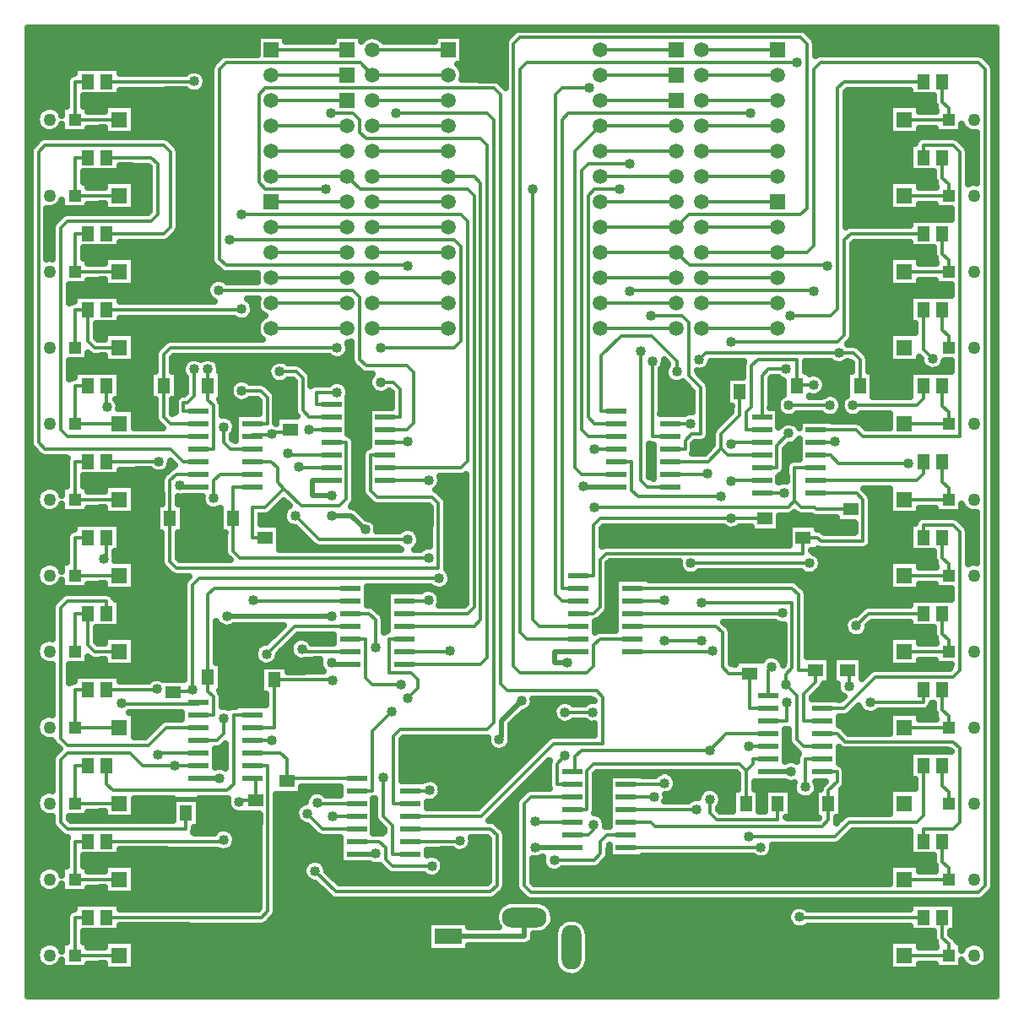
<source format=gtl>
G04 DipTrace 2.3.1.0*
%INLOGICCOMP.GTL*%
%MOMM*%
%ADD13C,0.508*%
%ADD14C,0.33*%
%ADD15C,0.635*%
%ADD16R,1.5X1.5*%
%ADD17C,1.5*%
%ADD18C,1.27*%
%ADD19R,1.27X1.27*%
%ADD20R,2.0X0.6*%
%ADD21R,1.6X1.6*%
%ADD22C,1.6*%
%ADD23R,1.3X1.5*%
%ADD24R,1.5X1.3*%
%ADD25O,4.5X2.0*%
%ADD26O,2.0X4.5*%
%ADD27R,2.7X1.6*%
%ADD28C,1.016*%
%FSLAX53Y53*%
G04*
G71*
G90*
G75*
G01*
%LNTop*%
%LPD*%
X60808Y18898D2*
D13*
Y16993D1*
X53188D1*
X44823Y57775D2*
X43420Y59178D1*
X41440D1*
X60498Y40615D2*
X58482Y38599D1*
Y36949D1*
X58270Y36738D1*
X41440Y61240D2*
X39562D1*
Y62713D1*
X41438D1*
X65118Y44410D2*
X63781D1*
Y45568D1*
X66203D1*
X41440Y49113D2*
X30963D1*
X26260Y62230D2*
X26413Y62078D1*
X28103D1*
X61900Y25930D2*
X61948Y25883D1*
X65568D1*
X87540Y33503D2*
X85253D1*
X30205Y32868D2*
X28103D1*
X41440Y44410D2*
X41553Y44298D1*
X43343D1*
X45873Y25248D2*
X43978D1*
X66685Y62148D2*
X66755Y62078D1*
X70013D1*
X90018Y45568D2*
X91352D1*
Y42892D1*
X92237Y42007D1*
Y41123D1*
X90653D1*
X37313Y69693D2*
Y71629D1*
X36475Y72467D1*
X35429D1*
X34591Y73305D1*
Y74295D1*
X35251Y74955D1*
X39307D1*
X41395Y72866D1*
X43921D1*
X45235Y71553D1*
X34591Y74295D2*
X33931Y74955D1*
X30982D1*
X60808Y12898D2*
X56648D1*
X55353Y14193D1*
X53188D1*
X75430Y57033D2*
X77988D1*
X22708Y45568D2*
Y44181D1*
X23546Y43343D1*
X25562D1*
X30958Y43028D2*
Y41673D1*
X31919Y40712D1*
Y41372D1*
X33822D1*
Y42707D1*
X22708Y30328D2*
X24092D1*
X24471Y30706D1*
X28738D1*
Y29372D1*
X89620Y25930D2*
X85908D1*
X36408Y56043D2*
Y58898D1*
X34773D1*
X56455Y35500D2*
X59362D1*
X61260Y37398D1*
X67675D1*
X30958Y72238D2*
Y70568D1*
X52660Y30550D2*
Y32030D1*
X51822Y32868D1*
X49378D1*
X31919Y40712D2*
Y40488D1*
X33503D1*
X75430Y54393D2*
X74225Y53188D1*
X71603D1*
X75430Y70893D2*
X76997D1*
Y69698D1*
X75413D1*
X77988Y66025D2*
X78819D1*
X79327Y66533D1*
Y67524D1*
X80493Y68690D1*
Y71603D1*
X96368Y30328D2*
X93188D1*
X46203Y51918D2*
X48743D1*
X45235Y71553D2*
Y70841D1*
X45743Y70333D1*
X46838D1*
X70968Y33503D2*
X80290D1*
X81128Y32665D1*
Y30328D1*
X68500Y33273D2*
X68730Y33503D1*
X70968D1*
X30943Y74955D2*
X26513D1*
Y72238D1*
X91765Y57610D2*
X92019Y57864D1*
X93507D1*
Y57953D1*
X88748Y58898D2*
X90478D1*
X91765Y57610D1*
X84938Y56998D2*
X86272D1*
Y58060D1*
X87110Y58898D1*
X88748D1*
X77988Y57033D2*
X78023Y56998D1*
X84938D1*
X33822Y42707D2*
Y46445D1*
X33850Y46473D1*
X33817Y28742D2*
Y24202D1*
X33787Y24172D1*
X28738Y29372D2*
X31410D1*
X32040Y28742D1*
X33817D1*
X93193Y45568D2*
X91352D1*
X96368D2*
X93193D1*
X92558Y72238D2*
Y73355D1*
X93066Y73863D1*
X93415D1*
X90018Y69063D2*
X92493D1*
X92590Y69160D1*
X92558Y69193D1*
Y72238D1*
X85908Y70233D2*
X86208D1*
Y69063D1*
X90018D1*
X86208Y72238D2*
X86162D1*
Y70487D1*
X85908Y70233D1*
X30963Y70563D2*
X31828Y69698D1*
X33503D1*
X71603Y53188D2*
X69605D1*
X69408Y52990D1*
X86650Y45565D2*
X86332Y45247D1*
X83347D1*
X89620Y30385D2*
X89563Y30328D1*
X88108D1*
X29692Y58903D2*
X27148D1*
X29725Y56208D2*
X29692Y56240D1*
Y58903D1*
X36738Y27250D2*
X36992Y27505D1*
Y30647D1*
X20168Y15088D2*
D14*
X15723D1*
Y18898D1*
X16993D1*
X15723Y22708D2*
Y26518D1*
X16993D1*
X20168Y22708D2*
X15723D1*
Y30328D2*
Y34138D1*
X16993D1*
X20168Y30328D2*
X15723D1*
Y37948D2*
Y41758D1*
X16993D1*
X20168Y37948D2*
X15723D1*
Y45568D2*
Y49378D1*
X16993D1*
Y46228D1*
X17653Y45568D1*
X20168D1*
X15723Y53188D2*
Y56998D1*
X16993D1*
X20168Y53188D2*
X15723D1*
Y60808D2*
Y64618D1*
X16993D1*
X20168Y60808D2*
X15723D1*
Y68428D2*
Y72238D1*
X16993D1*
X20168Y68428D2*
X15723D1*
Y76048D2*
Y79858D1*
X16993D1*
Y76708D1*
X17653Y76048D1*
X20168D1*
X15723Y83668D2*
Y87478D1*
X16993D1*
X20168Y83668D2*
X15723D1*
Y91288D2*
Y95098D1*
X16993D1*
X20168Y91288D2*
X15723D1*
Y98908D2*
Y102718D1*
X16993D1*
X20168Y98908D2*
X15723D1*
X27663Y73863D2*
Y71153D1*
X27003Y70493D1*
X26608D1*
Y69698D1*
X28103D1*
X27643Y102718D2*
X18893D1*
Y95098D2*
X23343D1*
X24003Y94438D1*
Y89383D1*
X23343Y88723D1*
X14973D1*
X14313Y88063D1*
Y67793D1*
X14973Y67133D1*
X28103D1*
X18893Y87478D2*
X24663D1*
X25323Y88138D1*
Y95683D1*
X24663Y96343D1*
X12713D1*
X12053Y95683D1*
Y66523D1*
X12713Y65863D1*
X25285D1*
X26530Y64618D1*
X28103D1*
X32448Y71718D2*
X34338D1*
X34998Y71058D1*
Y68428D1*
X33503D1*
X32448Y79885D2*
X32420Y79858D1*
X18893D1*
X30633Y68088D2*
Y66548D1*
X31293Y65888D1*
X33503D1*
X18918Y70068D2*
X18893Y70093D1*
Y72238D1*
X29643Y60910D2*
Y62688D1*
X30303Y63348D1*
X33503D1*
X24110Y64618D2*
X18893D1*
X20403Y40368D2*
X20472Y40298D1*
X28103D1*
Y40488D1*
X18588Y54888D2*
X18893Y55193D1*
Y56998D1*
X28103Y37948D2*
X24890D1*
X23115Y36173D1*
X14973D1*
X14313Y36833D1*
Y49963D1*
X14973Y50623D1*
X18893D1*
Y49378D1*
X24033Y35170D2*
X24270Y35408D1*
X28103D1*
X23938Y41758D2*
X18893D1*
X33503Y34138D2*
X35062D1*
Y19558D1*
X34402Y18898D1*
X18893D1*
X35395Y36678D2*
X33503D1*
X30633Y26673D2*
X30619Y26518D1*
X18893D1*
X33503Y39218D2*
X31636D1*
Y32283D1*
X30976Y31623D1*
X19553D1*
X18893Y32283D1*
Y34138D1*
X42018Y76008D2*
X25273D1*
X24613Y75348D1*
Y72238D1*
X42018Y71553D2*
X39943D1*
Y70333D1*
X41438D1*
X24613Y72238D2*
Y69088D1*
X25273Y68428D1*
X28103D1*
X29065Y73863D2*
Y72238D1*
X46390Y72543D2*
X47673D1*
X48333Y71883D1*
Y69063D1*
X46838D1*
X29058Y72238D2*
Y70763D1*
X29598Y70223D1*
Y65888D1*
X28103D1*
X31213Y86818D2*
X53773D1*
X54433Y86158D1*
Y76668D1*
X53773Y76008D1*
X46390D1*
X28103Y63348D2*
X25908D1*
X25248Y62688D1*
Y58903D1*
Y54571D1*
X25908Y53911D1*
X52178D1*
Y60402D1*
X51518Y61062D1*
X46003D1*
X45343Y61722D1*
Y65253D1*
X46838D1*
X51175Y54970D2*
X32252D1*
X31592Y55630D1*
Y58903D1*
Y62078D1*
X33503D1*
X51175Y50680D2*
X51143Y50648D1*
X48743D1*
X33503Y64618D2*
X35358D1*
X36018Y63958D1*
Y62573D1*
X36678Y61913D1*
X38410Y60181D1*
X42273D1*
X42933Y60841D1*
Y66523D1*
X41438D1*
X36678Y61913D2*
X34807Y60043D1*
X33528D1*
Y56998D1*
X34773D1*
X49113Y40863D2*
X50116Y41866D1*
Y42773D1*
X49456Y43433D1*
X47228D1*
Y46838D1*
X48743D1*
X37810Y59178D2*
X40216Y56772D1*
X49100D1*
X35418Y67345D2*
X35583Y67510D1*
X37313D1*
Y67793D1*
X33503Y67158D2*
Y67293D1*
X35365D1*
X35418Y67345D1*
X28103Y39218D2*
X29598D1*
Y41013D1*
X29058Y41553D1*
Y43028D1*
Y51258D1*
X29718Y51918D1*
X43343D1*
X30633Y38883D2*
Y37338D1*
X29973Y36678D1*
X28103D1*
X27498Y41688D2*
X27333Y41523D1*
X25562D1*
Y41443D1*
X52235Y52921D2*
X28158D1*
X27498Y52261D1*
Y41688D1*
X51258Y31623D2*
X51233Y31598D1*
X49378D1*
X34923Y45318D2*
X37713Y48108D1*
X43343D1*
X28103Y34138D2*
X25723D1*
X25683Y34098D1*
X22525D1*
X21240Y35383D1*
X14973D1*
X14313Y34723D1*
Y28423D1*
X14973Y27763D1*
X26838D1*
Y29372D1*
X39790Y23538D2*
X41866Y21462D1*
X57376D1*
X58036Y22122D1*
Y27128D1*
X57376Y27788D1*
X49378D1*
X33817Y30642D2*
Y32868D1*
X33503D1*
X32200Y30468D2*
X32375Y30642D1*
X33817D1*
X43978Y32868D2*
X36992D1*
Y32547D1*
Y34748D1*
X36332Y35408D1*
X33503D1*
Y37948D2*
X35722D1*
Y42707D1*
X41493D1*
X41523Y42678D1*
X41530Y29058D2*
X43978D1*
X35408Y93193D2*
X43028D1*
X44323Y91898D1*
X55093D1*
X55753Y91238D1*
Y50038D1*
X55093Y49378D1*
X48743D1*
X45568Y93193D2*
X53188D1*
X55753D1*
X56413Y92533D1*
Y48768D1*
X55753Y48108D1*
X48743D1*
X46638Y32943D2*
Y29043D1*
X47558Y28122D1*
Y25248D1*
X49378D1*
X43028Y77953D2*
X35408D1*
X53188D2*
X45568D1*
X54310Y26590D2*
X54238Y26518D1*
X49378D1*
X47463Y39543D2*
X45498Y37578D1*
Y31598D1*
X43978D1*
X53188Y80493D2*
X45568D1*
X43028D2*
X35408D1*
X40038Y30385D2*
X40095Y30328D1*
X43978D1*
X39048Y29313D2*
X40573Y27788D1*
X43978D1*
X35408Y83033D2*
X43028D1*
X51505Y24033D2*
X47558D1*
X46898Y24693D1*
Y25858D1*
X46238Y26518D1*
X43978D1*
X53188Y83033D2*
X45568D1*
X48453Y42265D2*
X45498D1*
X44838Y42925D1*
Y46838D1*
X43343D1*
X53188Y85573D2*
X45568D1*
X43028D2*
X35408D1*
X38470Y45813D2*
X38715Y45568D1*
X43343D1*
X47875Y99520D2*
X57073D1*
X57733Y98860D1*
Y38401D1*
X57073Y37741D1*
X48301D1*
X47641Y37081D1*
Y30328D1*
X49378D1*
X43028Y88113D2*
X35408D1*
X40863Y91930D2*
X34823D1*
X34163Y92590D1*
Y101398D1*
X34823Y102058D1*
X57733D1*
X58393Y101398D1*
Y42278D1*
X59053Y41618D1*
X68018D1*
X68678Y40958D1*
Y36325D1*
X63745D1*
X56477Y29058D1*
X49378D1*
X53188Y88113D2*
X45568D1*
X86815Y61488D2*
X86770Y61443D1*
X84618D1*
X88960Y31953D2*
Y34773D1*
X90653D1*
X88403Y18898D2*
X100813D1*
X53188Y95733D2*
X45568D1*
X37068Y65448D2*
X37263Y65253D1*
X41438D1*
X43028Y95733D2*
X35408D1*
X38140Y64045D2*
X38203Y63983D1*
X41438D1*
X41358Y99520D2*
X43613D1*
X44273Y98860D1*
Y97638D1*
X44933Y96978D1*
X56413D1*
X57073Y96318D1*
Y44958D1*
X56413Y44298D1*
X48743D1*
X43028Y98273D2*
X35408D1*
X53188D2*
X45568D1*
X53320Y45648D2*
X53240Y45568D1*
X48743D1*
X32448Y89373D2*
X54433D1*
X55093Y88713D1*
Y64643D1*
X54433Y63983D1*
X46838D1*
X35408Y100813D2*
X41123D1*
X43028D1*
X53188D2*
X45568D1*
X51163Y62713D2*
X46838D1*
X30138Y81783D2*
X43613D1*
X44273Y81123D1*
Y74866D1*
X44933Y74206D1*
X48993D1*
X49653Y73546D1*
Y68453D1*
X48993Y67793D1*
X46838D1*
X35408Y103353D2*
X41783D1*
X43028D1*
X53188D2*
X45568D1*
X49113Y66603D2*
X49033Y66523D1*
X46838D1*
X45568Y103353D2*
X44323Y104598D1*
X30867D1*
X30207Y103938D1*
Y84938D1*
X30867Y84278D1*
X49093D1*
X36243Y73615D2*
X37898D1*
X38558Y72955D1*
Y69723D1*
X39218Y69063D1*
X41438D1*
X35408Y105893D2*
X41123D1*
X43028D1*
X45568D2*
X49925D1*
X53188D1*
X39213Y67840D2*
X39260Y67793D1*
X41438D1*
X35408Y90653D2*
X43028D1*
X33603Y50680D2*
X33635Y50648D1*
X43343D1*
X45895Y45978D2*
Y48718D1*
X45235Y49378D1*
X43343D1*
X53188Y90653D2*
X45568D1*
X70315Y91930D2*
X67843D1*
X67183Y91270D1*
Y69088D1*
X67843Y68428D1*
X70013D1*
X68428Y105893D2*
X76048D1*
X73450Y79225D2*
X76633D1*
X77293Y78565D1*
Y73214D1*
X78496Y72011D1*
Y67358D1*
X77568D1*
X76908Y66698D1*
Y65888D1*
X75413D1*
X68428Y103353D2*
X76048D1*
X72460Y75678D2*
Y62738D1*
X73120Y62078D1*
X75413D1*
X68428Y100813D2*
X76048D1*
Y98273D2*
X68428D1*
X65863Y95708D1*
Y64008D1*
X66523Y63348D1*
X70013D1*
X67263Y102078D2*
X64543D1*
X63883Y101418D1*
Y51308D1*
X64543Y50648D1*
X66203D1*
X68428Y95733D2*
X76048D1*
X61653Y91930D2*
Y48768D1*
X62313Y48108D1*
X66203D1*
X68428Y93193D2*
X76048D1*
X68428Y90653D2*
X76048D1*
X74853Y50680D2*
X74820Y50648D1*
X71603D1*
X68428Y88113D2*
X76048D1*
X77293Y89358D1*
X88478D1*
X89138Y90018D1*
Y106478D1*
X88478Y107138D1*
X60373D1*
X59713Y106478D1*
Y44067D1*
X60373Y43407D1*
X67038D1*
X67698Y44067D1*
Y46178D1*
X68358Y46838D1*
X71603D1*
X64870Y35088D2*
X64073Y34290D1*
Y32233D1*
X65568D1*
X67675Y39460D2*
X64870D1*
X89373Y54393D2*
X77493D1*
X68428Y85573D2*
X76048D1*
X77343Y84278D1*
X91168D1*
X68428Y83033D2*
X76048D1*
X61900Y28488D2*
X61965Y28423D1*
X65568D1*
X73780Y30963D2*
X70968D1*
X68428Y80493D2*
X76048D1*
X63798Y24610D2*
X67771D1*
X68431Y25270D1*
Y26493D1*
X69091Y27153D1*
X70968D1*
X68428Y77953D2*
X76048D1*
X86208D2*
X78588D1*
X84505Y25930D2*
X84458Y25883D1*
X70968D1*
X86208Y80493D2*
X78588D1*
X78070Y29725D2*
X78038Y29693D1*
X70968D1*
X86208Y83033D2*
X78588D1*
X67758Y28158D2*
Y27661D1*
X67250Y27153D1*
X65568D1*
X78588Y85573D2*
X86208D1*
X89138D1*
X89798Y86233D1*
Y103963D1*
X90458Y104623D1*
X106363D1*
X107023Y103963D1*
Y22073D1*
X106363Y21413D1*
X61431D1*
X60771Y22073D1*
Y30303D1*
X61431Y30963D1*
X65568D1*
X86208Y88113D2*
X78588D1*
X79638Y45648D2*
X79558Y45568D1*
X71603D1*
X86208Y90653D2*
X78588D1*
X86650Y49443D2*
X86585Y49378D1*
X71603D1*
X88135Y104635D2*
X61033D1*
X60373Y103975D1*
Y47498D1*
X61033Y46838D1*
X66203D1*
X86208Y93193D2*
X78588D1*
X83433Y99520D2*
X65203D1*
X64543Y98860D1*
Y51918D1*
X66203D1*
X86208Y95733D2*
X78588D1*
X80463Y61075D2*
X72168D1*
X71508Y61735D1*
Y64618D1*
X70013D1*
X86208Y98273D2*
X78588D1*
Y100813D2*
X86208D1*
X79143Y63385D2*
X79105Y63348D1*
X75413D1*
X73615Y74688D2*
Y67158D1*
X75413D1*
X78588Y103353D2*
X86208D1*
X71388Y94488D2*
X67183D1*
X66523Y93828D1*
Y67818D1*
X67183Y67158D1*
X70013D1*
X78588Y105893D2*
X86208D1*
X98908Y15088D2*
X103353D1*
Y16218D1*
X102713Y16858D1*
Y18898D1*
X98908Y22708D2*
X103353D1*
Y23838D1*
X102713Y24478D1*
Y26518D1*
X103353Y30328D2*
Y31458D1*
X102713Y32098D1*
Y34138D1*
X98908Y37948D2*
X103353D1*
Y39078D1*
X102713Y39718D1*
Y41758D1*
X98908Y45568D2*
X103353D1*
Y46698D1*
X102713Y47338D1*
Y49378D1*
X98908Y53188D2*
X103353D1*
Y54318D1*
X102713Y54958D1*
Y56998D1*
X98908Y60808D2*
X103353D1*
Y61938D1*
X102713Y62578D1*
Y64618D1*
X98908Y68428D2*
X103353D1*
Y69558D1*
X102713Y70198D1*
Y72238D1*
X103353Y76048D2*
Y77178D1*
X102713Y77818D1*
Y79858D1*
X98908Y83668D2*
X103353D1*
Y84798D1*
X102713Y85438D1*
Y87478D1*
X98908Y91288D2*
X103353D1*
Y92418D1*
X102713Y93058D1*
Y95098D1*
X98908Y98908D2*
X103353D1*
Y100038D1*
X102713Y100678D1*
Y102718D1*
X100813Y26518D2*
Y27763D1*
X103823D1*
X104483Y28423D1*
Y35858D1*
X103823Y36518D1*
X92942D1*
X92148Y37313D1*
X90653D1*
X83268Y27003D2*
X91921D1*
X93341Y28423D1*
X100153D1*
X100813Y29083D1*
Y34138D1*
X83268Y36078D2*
X83303Y36043D1*
X85253D1*
X87145Y40450D2*
Y38583D1*
X85253D1*
X95478Y40450D2*
X100813D1*
Y41758D1*
X94075Y48123D2*
X95330Y49378D1*
X100813D1*
X85578Y43998D2*
X85253Y43673D1*
Y41123D1*
X90653Y39853D2*
X92863D1*
X96013Y43003D1*
X103823D1*
X104483Y43663D1*
Y57583D1*
X103823Y58243D1*
X100813D1*
Y56998D1*
Y64618D2*
Y63373D1*
X100153Y62713D1*
X90018D1*
X93745Y70233D2*
X100153D1*
X100813Y70893D1*
Y72238D1*
X87310Y70233D2*
X91435D1*
X87310Y67428D2*
X86113Y66230D1*
Y63983D1*
X84618D1*
X101748Y74935D2*
X100813Y75870D1*
Y79858D1*
X99273Y64458D2*
X92308D1*
X91513Y65253D1*
X90018D1*
X81535Y76585D2*
X92197D1*
X92857Y77245D1*
Y86818D1*
X93517Y87478D1*
X100813D1*
X81535Y66355D2*
X81703Y66523D1*
X84618D1*
X90018Y67793D2*
X94083D1*
X94743Y67133D1*
X104483D1*
Y95683D1*
X103823Y96343D1*
X100813D1*
Y95098D1*
X87475Y79225D2*
X91531D1*
X92191Y79885D1*
Y102058D1*
X92851Y102718D1*
X100813D1*
X87063Y73863D2*
X85278D1*
X84618Y73203D1*
Y69063D1*
X90653Y33503D2*
X92148D1*
Y32483D1*
X91288Y31623D1*
Y30328D1*
Y28666D1*
X90628Y28006D1*
X73883D1*
X73466Y28423D1*
X70968D1*
X85253Y34773D2*
X83687D1*
Y34298D1*
X83027Y33638D1*
X82368Y34298D1*
X67723D1*
X67063Y33638D1*
Y29693D1*
X65568D1*
X83027Y33638D2*
Y32754D1*
X83028D1*
Y30328D1*
X85253Y37313D2*
X81038D1*
X79390Y35665D1*
Y30715D2*
Y29382D1*
X80050Y28722D1*
X86208D1*
Y30328D1*
X79390Y35665D2*
X66533D1*
X65873Y35005D1*
Y33503D1*
X65568D1*
X93333Y42100D2*
Y43474D1*
X93193Y43668D1*
X78565Y46638D2*
X74853D1*
X93333Y43474D2*
X93526Y43668D1*
X93193D1*
X86980Y42265D2*
X88148Y41097D1*
Y36703D1*
X88808Y36043D1*
X90653D1*
X78578Y50446D2*
X87653D1*
Y43941D1*
X86980Y43268D1*
Y42265D1*
X74853Y32365D2*
X74720Y32233D1*
X70968D1*
X85253Y39853D2*
X83347D1*
Y43347D1*
X81301D1*
X80641Y44008D1*
Y47448D1*
X79981Y48108D1*
X71603D1*
X90653Y38583D2*
X88808D1*
Y41313D1*
X90018Y42522D1*
Y43668D1*
X88313D1*
Y51258D1*
X87653Y51918D1*
X71603D1*
X90018Y61443D2*
X94092D1*
X94752Y60783D1*
Y56607D1*
X90571D1*
X90180Y56998D1*
X88748D1*
Y55396D1*
X69018D1*
X68358Y54736D1*
Y50038D1*
X67698Y49378D1*
X66203D1*
X84938Y58898D2*
X81568D1*
X81535Y58930D1*
X68358D1*
X67698Y58270D1*
Y53188D1*
X66203D1*
X81535Y62643D2*
X81605Y62713D1*
X84618D1*
X75413Y64618D2*
X79237D1*
X80532Y65913D1*
Y67358D1*
X82393Y69219D1*
Y71603D1*
X80532Y65913D2*
X81192Y65253D1*
X84618D1*
X93507Y59853D2*
X90087D1*
X89898Y60043D1*
X88561D1*
X87901Y60703D1*
Y63983D1*
X90018D1*
X87901Y60703D2*
X87241Y60043D1*
X67880D1*
X67840Y60003D1*
Y65860D2*
X67868Y65888D1*
X70013D1*
X89785Y72295D2*
X88383D1*
X88108Y72238D1*
Y74866D1*
X84198D1*
X83538Y74206D1*
Y70100D1*
X83053Y69615D1*
Y67793D1*
X84618D1*
X88383Y72295D2*
X88108Y72571D1*
Y72238D1*
X71388Y81700D2*
X71425Y81738D1*
X89748D1*
X89785Y81700D1*
X76103Y73628D2*
Y74659D1*
X73587Y77176D1*
X70471D1*
X68518Y75222D1*
Y69698D1*
X70013D1*
X78318Y74853D2*
X78991Y75526D1*
X92330D1*
X91930Y66603D2*
X91850Y66523D1*
X90018D1*
X92356Y75526D2*
X93798D1*
X94458Y74866D1*
Y72238D1*
X77483Y68428D2*
X75413D1*
D28*
X26260Y62230D3*
X61900Y25930D3*
X41440Y44410D3*
Y59178D3*
X58270Y36738D3*
X60498Y40615D3*
X41440Y61240D3*
X45895Y25270D3*
X65118Y44410D3*
X66685Y62148D3*
X30963Y49113D3*
X87558Y33520D3*
X30213Y32860D3*
X44823Y57775D3*
X41440Y49113D3*
X33850Y46473D3*
X85908Y25930D3*
X89620D3*
X36408Y56043D3*
X67675Y37398D3*
X56455Y35500D3*
X93415Y73863D3*
X86650Y45565D3*
X75430Y70893D3*
X77988Y66025D3*
X89620Y30385D3*
X75430Y54393D3*
X33787Y24172D3*
X52660Y30550D3*
X29725Y56208D3*
X45235Y71553D3*
X36738Y27250D3*
X30963Y74935D3*
X77988Y57033D3*
X69408Y52990D3*
X75430Y57033D3*
X85908Y70233D3*
X46203Y51918D3*
X91765Y57610D3*
X68500Y33273D3*
X30963Y70563D3*
X27663Y73863D3*
Y102738D3*
X32448Y71718D3*
Y79885D3*
X30633Y68088D3*
X18918Y70068D3*
X29643Y60910D3*
X24115Y64623D3*
X20403Y40368D3*
X18588Y54888D3*
X24033Y35170D3*
X23950Y41770D3*
X35418Y36655D3*
X30633Y26673D3*
X42018Y76008D3*
Y71553D3*
X46390Y72543D3*
Y76008D3*
X31210Y86815D3*
X29065Y73863D3*
X51175Y50680D3*
Y54970D3*
X49113Y40863D3*
Y56785D3*
X37810Y59178D3*
X35418Y67345D3*
X30633Y38883D3*
X51258Y31623D3*
X52248Y52908D3*
X27498Y41688D3*
X34923Y45318D3*
X25683Y34098D3*
X32200Y30468D3*
X39790Y23538D3*
X41523Y42678D3*
Y29065D3*
X46638Y32943D3*
X54310Y26590D3*
X47463Y39543D3*
X40038Y30385D3*
X39048Y29313D3*
X51505Y24033D3*
X48453Y42265D3*
X38470Y45813D3*
X47875Y99520D3*
X40863Y91930D3*
X86815Y61488D3*
X88960Y31953D3*
X88383Y18918D3*
X37068Y65448D3*
X38140Y64045D3*
X41358Y99520D3*
X53320Y45648D3*
X32448Y89373D3*
X51175Y62725D3*
X30138Y81783D3*
X49113Y66603D3*
Y84258D3*
X36243Y73615D3*
X39213Y67840D3*
X33603Y50680D3*
X45895Y45978D3*
X70315Y91930D3*
X73450Y79225D3*
X72460Y75678D3*
X67263Y102078D3*
X61653Y91930D3*
X74853Y50680D3*
X64870Y35088D3*
Y39460D3*
X67675D3*
X77493Y54393D3*
X89373D3*
X91188Y84258D3*
X61900Y28488D3*
X73780Y30963D3*
X63798Y24610D3*
X84505Y25930D3*
X78070Y29725D3*
X67758Y28158D3*
X79638Y45648D3*
X86650Y49443D3*
X88135Y104635D3*
X83433Y99520D3*
X80463Y61075D3*
X79143Y63385D3*
X73615Y74688D3*
X71388Y94488D3*
X83268Y27003D3*
Y36078D3*
X87145Y40450D3*
X95478D3*
X85578Y43998D3*
X94075Y48123D3*
X93745Y70233D3*
X91435D3*
X87310D3*
Y67428D3*
X101748Y74935D3*
X99273Y64458D3*
X81535Y76585D3*
Y66355D3*
X87475Y79225D3*
X87063Y73863D3*
X79390Y30715D3*
Y35665D3*
X93333Y42100D3*
X74853Y32365D3*
Y46638D3*
X78565D3*
Y50433D3*
X86980Y42265D3*
X81535Y62643D3*
Y58930D3*
X67840Y65860D3*
Y60003D3*
X89785Y72295D3*
Y81700D3*
X71388D3*
X76090Y73615D3*
X91930Y66603D3*
X92343Y75513D3*
X78318Y74853D3*
X77493Y68418D3*
X11024Y107483D2*
D15*
X59469D1*
X89382D2*
X108057D1*
X11024Y106852D2*
X33920D1*
X36895D2*
X41540D1*
X46678D2*
X51700D1*
X54675D2*
X58904D1*
X89947D2*
X108057D1*
X11024Y106220D2*
X33920D1*
X54675D2*
X58814D1*
X90036D2*
X108057D1*
X11024Y105588D2*
X33920D1*
X54675D2*
X58814D1*
X90036D2*
X108057D1*
X11024Y104957D2*
X29981D1*
X54675D2*
X58814D1*
X107281D2*
X108057D1*
X11024Y104325D2*
X29396D1*
X54288D2*
X58814D1*
X11024Y103693D2*
X15605D1*
X20276D2*
X26906D1*
X28422D2*
X29307D1*
X54635D2*
X58814D1*
X11024Y103062D2*
X14900D1*
X28858D2*
X29303D1*
X54645D2*
X58814D1*
X11024Y102430D2*
X14821D1*
X28868D2*
X29303D1*
X11024Y101798D2*
X14821D1*
X20276D2*
X26886D1*
X28441D2*
X29307D1*
X93182D2*
X99425D1*
X11024Y101167D2*
X14821D1*
X16624D2*
X29307D1*
X93092D2*
X101816D1*
X11024Y100535D2*
X14821D1*
X16624D2*
X29307D1*
X93092D2*
X101826D1*
X11024Y99903D2*
X12271D1*
X17091D2*
X18631D1*
X21704D2*
X29307D1*
X93092D2*
X97371D1*
X100444D2*
X101984D1*
X11024Y99272D2*
X11864D1*
X21704D2*
X29307D1*
X93092D2*
X97371D1*
X11024Y98640D2*
X11834D1*
X21704D2*
X29307D1*
X93092D2*
X97371D1*
X11024Y98008D2*
X12172D1*
X17091D2*
X18631D1*
X21704D2*
X29307D1*
X93092D2*
X97371D1*
X100444D2*
X101984D1*
X11024Y97377D2*
X29307D1*
X93092D2*
X106122D1*
X11024Y96745D2*
X11864D1*
X25505D2*
X29307D1*
X93092D2*
X100010D1*
X104671D2*
X106122D1*
X26100Y96113D2*
X29307D1*
X93092D2*
X99425D1*
X105267D2*
X106122D1*
X26219Y95482D2*
X29307D1*
X93092D2*
X99425D1*
X105386D2*
X106122D1*
X26219Y94850D2*
X29307D1*
X93092D2*
X99425D1*
X105386D2*
X106122D1*
X20276Y94218D2*
X22976D1*
X26219D2*
X29307D1*
X93092D2*
X99425D1*
X105386D2*
X106122D1*
X16624Y93587D2*
X23105D1*
X26219D2*
X29307D1*
X93092D2*
X101816D1*
X105386D2*
X106122D1*
X16624Y92955D2*
X23105D1*
X26219D2*
X29307D1*
X93092D2*
X101816D1*
X105386D2*
X106122D1*
X17091Y92323D2*
X18631D1*
X21704D2*
X23105D1*
X26219D2*
X29307D1*
X93092D2*
X97371D1*
X100444D2*
X101984D1*
X21704Y91692D2*
X23105D1*
X26219D2*
X29307D1*
X93092D2*
X97371D1*
X21704Y91060D2*
X23105D1*
X26219D2*
X29307D1*
X93092D2*
X97371D1*
X17091Y90428D2*
X18631D1*
X21704D2*
X23105D1*
X26219D2*
X29307D1*
X93092D2*
X97371D1*
X100444D2*
X101984D1*
X12953Y89797D2*
X23105D1*
X26219D2*
X29307D1*
X93092D2*
X103582D1*
X12953Y89165D2*
X14166D1*
X26219D2*
X29307D1*
X93092D2*
X103582D1*
X12953Y88533D2*
X13561D1*
X26219D2*
X29307D1*
X93092D2*
X99425D1*
X12953Y87902D2*
X13408D1*
X26189D2*
X29307D1*
X12953Y87270D2*
X13408D1*
X25703D2*
X29307D1*
X12953Y86638D2*
X13408D1*
X20276D2*
X29307D1*
X93926D2*
X99425D1*
X12953Y86007D2*
X13408D1*
X16624D2*
X29307D1*
X93757D2*
X101816D1*
X12953Y85375D2*
X13408D1*
X16624D2*
X29307D1*
X93757D2*
X101816D1*
X17091Y84743D2*
X18631D1*
X21704D2*
X29326D1*
X93757D2*
X97371D1*
X100444D2*
X101984D1*
X21704Y84112D2*
X29783D1*
X93757D2*
X97371D1*
X21704Y83480D2*
X30547D1*
X93757D2*
X97371D1*
X21704Y82848D2*
X29565D1*
X30714D2*
X33930D1*
X93757D2*
X97371D1*
X15216Y82217D2*
X18631D1*
X21704D2*
X28979D1*
X93757D2*
X97371D1*
X100444D2*
X103582D1*
X15216Y81585D2*
X28910D1*
X93757D2*
X103582D1*
X15216Y80953D2*
X15615D1*
X20276D2*
X29237D1*
X93757D2*
X99425D1*
X33611Y80322D2*
X33936D1*
X93757D2*
X99425D1*
X33680Y79690D2*
X34168D1*
X93757D2*
X99425D1*
X33353Y79058D2*
X34446D1*
X93757D2*
X99425D1*
X17894Y78427D2*
X34000D1*
X93757D2*
X99911D1*
X17894Y77795D2*
X33930D1*
X93757D2*
X99911D1*
X17894Y77163D2*
X18631D1*
X21704D2*
X34158D1*
X93757D2*
X97371D1*
X21704Y76532D2*
X24544D1*
X93390D2*
X97371D1*
X21704Y75900D2*
X23919D1*
X94670D2*
X97371D1*
X21704Y75268D2*
X23711D1*
X43007D2*
X43376D1*
X95255D2*
X97371D1*
X15216Y74637D2*
X18631D1*
X21704D2*
X23711D1*
X25514D2*
X26707D1*
X30019D2*
X35587D1*
X36895D2*
X43406D1*
X79539D2*
X82756D1*
X89005D2*
X91487D1*
X95355D2*
X97371D1*
X102955D2*
X103582D1*
X15216Y74005D2*
X23711D1*
X25514D2*
X26429D1*
X30297D2*
X35061D1*
X38760D2*
X43882D1*
X79202D2*
X82637D1*
X89005D2*
X93561D1*
X95355D2*
X100952D1*
X102538D2*
X103582D1*
X15216Y73373D2*
X15615D1*
X20276D2*
X23225D1*
X26001D2*
X26529D1*
X30446D2*
X35022D1*
X39346D2*
X44775D1*
X74519D2*
X74868D1*
X78378D2*
X82637D1*
X90334D2*
X93075D1*
X95841D2*
X99425D1*
X20276Y72742D2*
X23225D1*
X26001D2*
X26757D1*
X30446D2*
X31797D1*
X33095D2*
X35389D1*
X37103D2*
X37520D1*
X39455D2*
X45162D1*
X74519D2*
X75235D1*
X79013D2*
X81010D1*
X85522D2*
X86625D1*
X90939D2*
X93075D1*
X95841D2*
X99425D1*
X20276Y72110D2*
X23225D1*
X26001D2*
X26757D1*
X30446D2*
X31271D1*
X35198D2*
X37661D1*
X43126D2*
X45231D1*
X74519D2*
X77150D1*
X79390D2*
X81010D1*
X85522D2*
X86725D1*
X91019D2*
X93075D1*
X95841D2*
X99425D1*
X20276Y71478D2*
X23225D1*
X26001D2*
X26737D1*
X30446D2*
X31231D1*
X35784D2*
X37661D1*
X43255D2*
X45817D1*
X46966D2*
X47434D1*
X74519D2*
X77596D1*
X79400D2*
X81010D1*
X85522D2*
X86725D1*
X90701D2*
X93075D1*
X95841D2*
X99425D1*
X20276Y70847D2*
X23225D1*
X30446D2*
X31589D1*
X33313D2*
X33960D1*
X35903D2*
X37661D1*
X43175D2*
X47434D1*
X74519D2*
X77596D1*
X79400D2*
X81010D1*
X85522D2*
X86238D1*
X20157Y70215D2*
X23711D1*
X30495D2*
X34099D1*
X35903D2*
X37661D1*
X43175D2*
X47434D1*
X74519D2*
X77596D1*
X79400D2*
X81010D1*
X85522D2*
X86070D1*
X21704Y69583D2*
X23711D1*
X30495D2*
X34099D1*
X35903D2*
X37671D1*
X43175D2*
X45102D1*
X74519D2*
X77239D1*
X79400D2*
X81496D1*
X21704Y68952D2*
X23721D1*
X43175D2*
X45102D1*
X79400D2*
X80881D1*
X86355D2*
X97371D1*
X21704Y68320D2*
X24127D1*
X43175D2*
X45102D1*
X79400D2*
X80246D1*
X94799D2*
X97371D1*
X43175Y67688D2*
X45102D1*
X43642Y67057D2*
X45102D1*
X43830Y66425D2*
X45102D1*
X77882D2*
X79630D1*
X11024Y65793D2*
X11537D1*
X43830D2*
X44636D1*
X77803D2*
X79164D1*
X87010D2*
X88282D1*
X11024Y65162D2*
X12191D1*
X43830D2*
X44437D1*
X87010D2*
X88282D1*
X11024Y64530D2*
X14821D1*
X43830D2*
X44437D1*
X11024Y63898D2*
X14821D1*
X43830D2*
X44437D1*
X11024Y63267D2*
X14821D1*
X20276D2*
X24574D1*
X43830D2*
X44437D1*
X86613D2*
X86992D1*
X11024Y62635D2*
X14821D1*
X16624D2*
X24346D1*
X43830D2*
X44437D1*
X52413D2*
X54855D1*
X11024Y62003D2*
X12588D1*
X13777D2*
X14354D1*
X17091D2*
X18631D1*
X21704D2*
X24346D1*
X43830D2*
X44437D1*
X52175D2*
X54855D1*
X11024Y61372D2*
X11943D1*
X21704D2*
X24346D1*
X43830D2*
X44517D1*
X52452D2*
X54855D1*
X95414D2*
X97371D1*
X11024Y60740D2*
X11814D1*
X21704D2*
X24346D1*
X26149D2*
X28414D1*
X43830D2*
X45072D1*
X53008D2*
X54855D1*
X95652D2*
X97371D1*
X11024Y60108D2*
X12013D1*
X21704D2*
X23860D1*
X26636D2*
X28711D1*
X36121D2*
X37016D1*
X43453D2*
X51224D1*
X53077D2*
X54855D1*
X95652D2*
X97371D1*
X11024Y59477D2*
X18631D1*
X21704D2*
X23860D1*
X26636D2*
X30210D1*
X35486D2*
X36609D1*
X44495D2*
X51274D1*
X53077D2*
X54855D1*
X95652D2*
X97371D1*
X100444D2*
X106122D1*
X11024Y58845D2*
X23860D1*
X26636D2*
X30210D1*
X34424D2*
X36609D1*
X45388D2*
X51274D1*
X53077D2*
X54855D1*
X86425D2*
X92023D1*
X95652D2*
X100169D1*
X104473D2*
X106122D1*
X11024Y58213D2*
X15605D1*
X20276D2*
X23860D1*
X26636D2*
X30210D1*
X36260D2*
X37066D1*
X45983D2*
X51274D1*
X53077D2*
X54855D1*
X86425D2*
X87260D1*
X90235D2*
X93848D1*
X95652D2*
X99425D1*
X105098D2*
X106122D1*
X11024Y57582D2*
X15059D1*
X20276D2*
X23860D1*
X26636D2*
X30210D1*
X36260D2*
X38157D1*
X50051D2*
X51274D1*
X53077D2*
X54855D1*
X68595D2*
X83450D1*
X86425D2*
X87260D1*
X90840D2*
X93848D1*
X95652D2*
X99425D1*
X105386D2*
X106122D1*
X11024Y56950D2*
X14821D1*
X20276D2*
X24346D1*
X26149D2*
X30696D1*
X36260D2*
X38792D1*
X50349D2*
X51274D1*
X53077D2*
X54855D1*
X68595D2*
X87260D1*
X95652D2*
X99425D1*
X105386D2*
X106122D1*
X11024Y56318D2*
X14821D1*
X20276D2*
X24346D1*
X26149D2*
X30696D1*
X36260D2*
X39417D1*
X50260D2*
X51274D1*
X53077D2*
X54855D1*
X68595D2*
X87260D1*
X95603D2*
X99425D1*
X105386D2*
X106122D1*
X11024Y55687D2*
X14821D1*
X20276D2*
X24346D1*
X26149D2*
X30696D1*
X53077D2*
X54855D1*
X90235D2*
X99425D1*
X105386D2*
X106122D1*
X11024Y55055D2*
X14821D1*
X19819D2*
X24346D1*
X26149D2*
X30924D1*
X53077D2*
X54855D1*
X90413D2*
X101816D1*
X105386D2*
X106122D1*
X11024Y54423D2*
X12687D1*
X13678D2*
X14354D1*
X21704D2*
X24356D1*
X53077D2*
X54855D1*
X69290D2*
X76247D1*
X90612D2*
X97371D1*
X100444D2*
X101984D1*
X11024Y53792D2*
X11963D1*
X21704D2*
X24782D1*
X53097D2*
X54855D1*
X69260D2*
X76416D1*
X90453D2*
X97371D1*
X11024Y53160D2*
X11814D1*
X21704D2*
X25467D1*
X53464D2*
X54855D1*
X69260D2*
X97371D1*
X11024Y52528D2*
X11993D1*
X21704D2*
X26638D1*
X53425D2*
X54855D1*
X69260D2*
X69867D1*
X88290D2*
X97371D1*
X11024Y51897D2*
X12906D1*
X13456D2*
X14354D1*
X17091D2*
X18631D1*
X21704D2*
X26598D1*
X45080D2*
X51571D1*
X52919D2*
X54855D1*
X69260D2*
X69867D1*
X88925D2*
X97371D1*
X100444D2*
X101984D1*
X11024Y51265D2*
X14374D1*
X19492D2*
X26598D1*
X45080D2*
X47007D1*
X52264D2*
X54855D1*
X69260D2*
X69867D1*
X89213D2*
X103582D1*
X11024Y50633D2*
X13739D1*
X20276D2*
X26598D1*
X45080D2*
X47007D1*
X52423D2*
X54855D1*
X69260D2*
X69867D1*
X89213D2*
X99425D1*
X11024Y50002D2*
X13412D1*
X20276D2*
X26598D1*
X45854D2*
X47007D1*
X69260D2*
X69867D1*
X89213D2*
X94712D1*
X11024Y49370D2*
X13412D1*
X20276D2*
X26598D1*
X46489D2*
X47007D1*
X68943D2*
X69867D1*
X89213D2*
X94077D1*
X11024Y48738D2*
X13412D1*
X20276D2*
X26598D1*
X68308D2*
X69867D1*
X89213D2*
X93005D1*
X11024Y48107D2*
X13412D1*
X20276D2*
X26598D1*
X29959D2*
X30279D1*
X31646D2*
X36460D1*
X67940D2*
X69867D1*
X81226D2*
X86754D1*
X89213D2*
X92826D1*
X95315D2*
X99425D1*
X11024Y47475D2*
X13412D1*
X17894D2*
X26598D1*
X29959D2*
X35835D1*
X81543D2*
X86754D1*
X89213D2*
X93025D1*
X95126D2*
X101816D1*
X11024Y46843D2*
X12836D1*
X17894D2*
X18631D1*
X21704D2*
X26598D1*
X29959D2*
X35200D1*
X39107D2*
X41610D1*
X81543D2*
X86754D1*
X89213D2*
X97371D1*
X100444D2*
X101974D1*
X11024Y46212D2*
X11983D1*
X21704D2*
X26598D1*
X29959D2*
X34089D1*
X81543D2*
X86754D1*
X89213D2*
X97371D1*
X11024Y45580D2*
X11814D1*
X21704D2*
X26598D1*
X29959D2*
X33712D1*
X36429D2*
X37244D1*
X81543D2*
X86754D1*
X89213D2*
X97371D1*
X11024Y44948D2*
X11963D1*
X21704D2*
X26598D1*
X29959D2*
X33742D1*
X36111D2*
X37601D1*
X81543D2*
X84810D1*
X86346D2*
X86753D1*
X94680D2*
X97371D1*
X11024Y44317D2*
X12737D1*
X17091D2*
X18631D1*
X21704D2*
X26598D1*
X30446D2*
X34228D1*
X35615D2*
X40201D1*
X94680D2*
X97371D1*
X100444D2*
X101984D1*
X11024Y43685D2*
X13412D1*
X15216D2*
X26598D1*
X30446D2*
X34337D1*
X37113D2*
X40449D1*
X94680D2*
X95466D1*
X11024Y43053D2*
X13412D1*
X15216D2*
X15615D1*
X20276D2*
X26598D1*
X30446D2*
X34337D1*
X11024Y42422D2*
X13412D1*
X30446D2*
X34337D1*
X11024Y41790D2*
X13412D1*
X30446D2*
X34337D1*
X90533D2*
X92132D1*
X11024Y41158D2*
X13412D1*
X30485D2*
X34823D1*
X89898D2*
X92559D1*
X11024Y40527D2*
X13412D1*
X30495D2*
X34823D1*
X61739D2*
X64301D1*
X65440D2*
X67109D1*
X11024Y39895D2*
X13412D1*
X61501D2*
X63706D1*
X11024Y39263D2*
X13412D1*
X21704D2*
X26370D1*
X60519D2*
X63646D1*
X93519D2*
X97371D1*
X100444D2*
X101945D1*
X11024Y38632D2*
X12003D1*
X21704D2*
X24346D1*
X59884D2*
X63964D1*
X92388D2*
X97371D1*
X11024Y38000D2*
X11814D1*
X21704D2*
X23691D1*
X59467D2*
X67774D1*
X92686D2*
X97371D1*
X11024Y37368D2*
X11943D1*
X21704D2*
X23066D1*
X59467D2*
X67774D1*
X93340D2*
X97371D1*
X11024Y36737D2*
X12628D1*
X48543D2*
X57028D1*
X59517D2*
X62912D1*
X11024Y36105D2*
X13789D1*
X48543D2*
X57207D1*
X59328D2*
X62277D1*
X86990D2*
X87498D1*
X11024Y35473D2*
X13819D1*
X29840D2*
X30735D1*
X48543D2*
X61642D1*
X86990D2*
X88133D1*
X92388D2*
X99425D1*
X11024Y34842D2*
X13422D1*
X29840D2*
X30735D1*
X48543D2*
X61017D1*
X86990D2*
X88064D1*
X92388D2*
X99425D1*
X11024Y34210D2*
X13412D1*
X29840D2*
X30735D1*
X48543D2*
X60382D1*
X92656D2*
X99425D1*
X11024Y33578D2*
X13412D1*
X48543D2*
X59747D1*
X62245D2*
X63170D1*
X93043D2*
X99425D1*
X11024Y32947D2*
X13412D1*
X48543D2*
X59122D1*
X61610D2*
X63170D1*
X67960D2*
X69232D1*
X75947D2*
X82131D1*
X93053D2*
X99425D1*
X11024Y32315D2*
X13412D1*
X52274D2*
X58487D1*
X60985D2*
X63170D1*
X67960D2*
X69232D1*
X76096D2*
X82131D1*
X83925D2*
X87776D1*
X90146D2*
X90733D1*
X93033D2*
X99911D1*
X11024Y31683D2*
X13412D1*
X38482D2*
X42245D1*
X52502D2*
X57852D1*
X60350D2*
X60938D1*
X67960D2*
X69232D1*
X75878D2*
X78648D1*
X80124D2*
X81645D1*
X84411D2*
X84828D1*
X92676D2*
X97371D1*
X11024Y31052D2*
X12033D1*
X35962D2*
X39000D1*
X52353D2*
X57227D1*
X59715D2*
X60273D1*
X67960D2*
X69232D1*
X75025D2*
X78192D1*
X80581D2*
X81645D1*
X84411D2*
X84828D1*
X87596D2*
X88133D1*
X92676D2*
X97371D1*
X11024Y30420D2*
X11814D1*
X21704D2*
X25447D1*
X28223D2*
X30954D1*
X35962D2*
X38574D1*
X51113D2*
X56592D1*
X59090D2*
X59876D1*
X67960D2*
X69232D1*
X80601D2*
X81645D1*
X84411D2*
X84828D1*
X87596D2*
X89900D1*
X92676D2*
X97371D1*
X11024Y29788D2*
X11924D1*
X21704D2*
X25447D1*
X28223D2*
X31172D1*
X35962D2*
X37899D1*
X58455D2*
X59866D1*
X67960D2*
X69232D1*
X80293D2*
X81645D1*
X84411D2*
X84828D1*
X87596D2*
X89900D1*
X92676D2*
X97371D1*
X11024Y29157D2*
X12539D1*
X17091D2*
X18631D1*
X21704D2*
X25447D1*
X28223D2*
X34158D1*
X35962D2*
X37810D1*
X57820D2*
X59866D1*
X68446D2*
X69232D1*
X87596D2*
X89900D1*
X11024Y28525D2*
X13412D1*
X28223D2*
X34158D1*
X35962D2*
X38107D1*
X57840D2*
X59866D1*
X11024Y27893D2*
X13600D1*
X27737D2*
X34158D1*
X35962D2*
X39219D1*
X45715D2*
X46541D1*
X58515D2*
X59866D1*
X11024Y27262D2*
X14225D1*
X31716D2*
X34158D1*
X35962D2*
X39854D1*
X58921D2*
X59866D1*
X93430D2*
X99425D1*
X11024Y26630D2*
X14831D1*
X31874D2*
X34158D1*
X35962D2*
X42245D1*
X55558D2*
X57137D1*
X58941D2*
X59866D1*
X92795D2*
X99425D1*
X11024Y25998D2*
X14821D1*
X31666D2*
X34158D1*
X35962D2*
X42245D1*
X55399D2*
X57137D1*
X58941D2*
X59866D1*
X85750D2*
X99425D1*
X11024Y25367D2*
X14821D1*
X20276D2*
X34158D1*
X35962D2*
X42245D1*
X51113D2*
X57137D1*
X58941D2*
X59866D1*
X85601D2*
X99425D1*
X11024Y24735D2*
X14821D1*
X16624D2*
X34158D1*
X35962D2*
X42245D1*
X52522D2*
X57137D1*
X58941D2*
X59866D1*
X61670D2*
X62565D1*
X69141D2*
X101816D1*
X11024Y24103D2*
X14821D1*
X16624D2*
X18631D1*
X21704D2*
X34158D1*
X35962D2*
X38693D1*
X40893D2*
X45648D1*
X52750D2*
X57137D1*
X58941D2*
X59866D1*
X61670D2*
X62664D1*
X68516D2*
X97371D1*
X100444D2*
X101895D1*
X11024Y23472D2*
X12062D1*
X21704D2*
X34158D1*
X35962D2*
X38544D1*
X41102D2*
X46868D1*
X52611D2*
X57137D1*
X58941D2*
X59866D1*
X61670D2*
X63418D1*
X64170D2*
X97371D1*
X11024Y22840D2*
X11814D1*
X21704D2*
X34158D1*
X35962D2*
X38772D1*
X41737D2*
X57137D1*
X58941D2*
X59866D1*
X61670D2*
X97371D1*
X11024Y22208D2*
X11914D1*
X21704D2*
X34158D1*
X35962D2*
X39873D1*
X58941D2*
X59866D1*
X11024Y21577D2*
X12459D1*
X13906D2*
X14360D1*
X17091D2*
X18631D1*
X21704D2*
X34158D1*
X35962D2*
X40499D1*
X58733D2*
X60035D1*
X11024Y20945D2*
X34158D1*
X35962D2*
X41134D1*
X58108D2*
X60650D1*
X107142D2*
X108057D1*
X11024Y20313D2*
X15605D1*
X20276D2*
X34158D1*
X35962D2*
X58606D1*
X63009D2*
X99425D1*
X104096D2*
X108057D1*
X11024Y19682D2*
X15366D1*
X35962D2*
X58021D1*
X63595D2*
X87419D1*
X104096D2*
X108057D1*
X11024Y19050D2*
X14831D1*
X35794D2*
X57832D1*
X63783D2*
X87141D1*
X104096D2*
X108057D1*
X11024Y18418D2*
X14821D1*
X35168D2*
X51105D1*
X55270D2*
X57892D1*
X63724D2*
X64361D1*
X66661D2*
X87250D1*
X104096D2*
X108057D1*
X11024Y17787D2*
X14821D1*
X20276D2*
X51105D1*
X63376D2*
X63894D1*
X67117D2*
X87975D1*
X88786D2*
X99425D1*
X104096D2*
X108057D1*
X11024Y17155D2*
X14821D1*
X16624D2*
X51105D1*
X61799D2*
X63775D1*
X67246D2*
X101816D1*
X103659D2*
X108057D1*
X11024Y16523D2*
X14821D1*
X16624D2*
X18631D1*
X21704D2*
X51105D1*
X61670D2*
X63775D1*
X67246D2*
X97371D1*
X100444D2*
X101885D1*
X104195D2*
X108057D1*
X11024Y15892D2*
X12092D1*
X21704D2*
X51105D1*
X55270D2*
X63775D1*
X67246D2*
X97371D1*
X106983D2*
X108057D1*
X11024Y15260D2*
X11824D1*
X21704D2*
X63775D1*
X67246D2*
X97371D1*
X107251D2*
X108057D1*
X11024Y14628D2*
X11894D1*
X21704D2*
X63775D1*
X67246D2*
X97371D1*
X107181D2*
X108057D1*
X11024Y13997D2*
X12400D1*
X13965D2*
X14346D1*
X17091D2*
X18631D1*
X21704D2*
X63904D1*
X67117D2*
X97371D1*
X100444D2*
X101984D1*
X104721D2*
X105110D1*
X106675D2*
X108057D1*
X11024Y13365D2*
X64371D1*
X66641D2*
X108057D1*
X11024Y12733D2*
X108057D1*
X11024Y12102D2*
X108057D1*
X11024Y11470D2*
X108057D1*
X14414Y52771D2*
X14340Y52577D1*
X14159Y52317D1*
X13921Y52108D1*
X13640Y51962D1*
X13332Y51888D1*
X13015Y51890D1*
X12708Y51968D1*
X12429Y52118D1*
X12194Y52331D1*
X12017Y52593D1*
X11909Y52891D1*
X11875Y53206D1*
X11917Y53519D1*
X12034Y53814D1*
X12218Y54071D1*
X12459Y54277D1*
X12742Y54419D1*
X13051Y54489D1*
X13368Y54483D1*
X13674Y54400D1*
X13951Y54247D1*
X14183Y54031D1*
X14356Y53766D1*
X14418Y53588D1*
X14414Y54496D1*
X14881D1*
X14885Y56998D1*
X14944Y57308D1*
X15114Y57574D1*
X15380Y57760D1*
X15639Y57831D1*
X15669Y58114D1*
Y58421D1*
X18316Y58411D1*
X18522Y58421D1*
X20216D1*
Y55575D1*
X19730D1*
X19729Y55183D1*
X19769Y54888D1*
X19738Y54662D1*
X21641Y54661D1*
Y51714D1*
X18695D1*
Y52359D1*
X17628Y52350D1*
X17022D1*
X17031Y51880D1*
X14414D1*
Y52743D1*
Y98491D2*
X14340Y98297D1*
X14159Y98037D1*
X13921Y97828D1*
X13640Y97682D1*
X13332Y97608D1*
X13015Y97610D1*
X12708Y97688D1*
X12429Y97838D1*
X12194Y98051D1*
X12017Y98313D1*
X11909Y98611D1*
X11875Y98926D1*
X11917Y99239D1*
X12034Y99534D1*
X12218Y99791D1*
X12459Y99997D1*
X12742Y100139D1*
X13051Y100209D1*
X13368Y100203D1*
X13674Y100120D1*
X13951Y99967D1*
X14183Y99751D1*
X14356Y99486D1*
X14418Y99308D1*
X14414Y100216D1*
X14881D1*
X14885Y102718D1*
X14944Y103028D1*
X15114Y103294D1*
X15380Y103480D1*
X15639Y103551D1*
X15669Y103834D1*
Y104141D1*
X18316Y104131D1*
X18522Y104141D1*
X20216D1*
Y103555D1*
X26820Y103556D1*
X26920Y103656D1*
X27190Y103820D1*
X27495Y103907D1*
X27811Y103909D1*
X28117Y103828D1*
X28390Y103668D1*
X28611Y103441D1*
X28764Y103164D1*
X28838Y102856D1*
X28844Y102738D1*
X28801Y102424D1*
X28677Y102133D1*
X28480Y101885D1*
X28224Y101699D1*
X27928Y101587D1*
X27613Y101558D1*
X27301Y101613D1*
X27016Y101749D1*
X26859Y101886D1*
X22563Y101880D1*
X20211D1*
X20216Y101295D1*
X17570Y101304D1*
X17363Y101295D1*
X16560D1*
X16561Y100207D1*
X17031Y100216D1*
Y99749D1*
X18689Y99746D1*
X18695Y100381D1*
X21641D1*
Y97435D1*
X18695D1*
Y98079D1*
X17628Y98070D1*
X17022D1*
X17031Y97599D1*
X14414D1*
Y98463D1*
X107162Y14773D2*
X107050Y14477D1*
X106869Y14217D1*
X106631Y14008D1*
X106350Y13862D1*
X106042Y13788D1*
X105725Y13790D1*
X105418Y13868D1*
X105139Y14018D1*
X104904Y14231D1*
X104727Y14493D1*
X104663Y14670D1*
X104661Y13780D1*
X102045D1*
Y14246D1*
X100386Y14250D1*
X100381Y13615D1*
X97435D1*
Y16561D1*
X100381D1*
Y15916D1*
X101448Y15926D1*
X102053D1*
X102045Y16350D1*
X101973Y16463D1*
X101880Y16765D1*
X101874Y17483D1*
X100548Y17475D1*
X99490D1*
Y18060D1*
X89194D1*
X88944Y17879D1*
X88648Y17767D1*
X88333Y17738D1*
X88021Y17793D1*
X87736Y17929D1*
X87496Y18137D1*
X87321Y18400D1*
X87222Y18701D1*
X87206Y19017D1*
X87274Y19326D1*
X87423Y19606D1*
X87640Y19836D1*
X87910Y20000D1*
X88215Y20087D1*
X88531Y20089D1*
X88837Y20008D1*
X89110Y19848D1*
X89214Y19742D1*
X93800Y19736D1*
X99485D1*
X99490Y20321D1*
X102136Y20311D1*
X102342Y20321D1*
X104036D1*
Y17475D1*
X103550D1*
X103551Y17201D1*
X103945Y16810D1*
X104125Y16539D1*
X104095Y16602D1*
X104267Y16396D1*
X104661D1*
Y15532D1*
X104744Y15714D1*
X104928Y15971D1*
X105169Y16177D1*
X105452Y16319D1*
X105761Y16389D1*
X106078Y16383D1*
X106384Y16300D1*
X106661Y16147D1*
X106893Y15931D1*
X107066Y15666D1*
X107171Y15367D1*
X107201Y15088D1*
X107162Y14773D1*
X102045Y38793D2*
Y39210D1*
X101973Y39323D1*
X101880Y39625D1*
X101874Y40343D1*
X101650Y40334D1*
X101607Y40184D1*
X101452Y39909D1*
X101207Y39711D1*
X100905Y39617D1*
X96318Y39612D1*
X96039Y39411D1*
X95743Y39299D1*
X95428Y39270D1*
X95116Y39326D1*
X94831Y39462D1*
X94591Y39669D1*
X94416Y39933D1*
X94344Y40149D1*
X93455Y39260D1*
X93194Y39083D1*
X92863Y39015D1*
X92317D1*
X92316Y38880D1*
X92326Y38603D1*
Y38137D1*
X92671Y37967D1*
X93294Y37351D1*
X97437Y37356D1*
X97435Y39421D1*
X100381D1*
Y38776D1*
X101448Y38786D1*
X102053D1*
X32147Y40191D2*
X34876D1*
X34884Y41291D1*
X34399Y41284D1*
Y44131D1*
X37046D1*
Y43545D1*
X40634Y43546D1*
X40378Y43893D1*
X40279Y44193D1*
X40263Y44509D1*
X40313Y44732D1*
X38947Y44730D1*
X38736Y44662D1*
X38420Y44633D1*
X38109Y44688D1*
X37823Y44824D1*
X37584Y45032D1*
X37408Y45295D1*
X37309Y45596D1*
X37293Y45912D1*
X37362Y46221D1*
X37510Y46501D1*
X37727Y46731D1*
X37998Y46895D1*
X38302Y46982D1*
X38619Y46984D1*
X38925Y46903D1*
X39198Y46743D1*
X39419Y46516D1*
X39481Y46403D1*
X41662Y46406D1*
X41669Y47263D1*
X38054Y47270D1*
X36109Y45319D1*
X36061Y45004D1*
X35937Y44713D1*
X35740Y44465D1*
X35484Y44279D1*
X35188Y44167D1*
X34873Y44138D1*
X34561Y44193D1*
X34276Y44329D1*
X34036Y44537D1*
X33861Y44800D1*
X33762Y45101D1*
X33746Y45417D1*
X33814Y45726D1*
X33963Y46006D1*
X34180Y46236D1*
X34450Y46400D1*
X34755Y46487D1*
X34903Y46488D1*
X36610Y48190D1*
X31687Y48186D1*
X31524Y48074D1*
X31228Y47962D1*
X30913Y47933D1*
X30601Y47988D1*
X30316Y48124D1*
X30076Y48332D1*
X29898Y48605D1*
X29896Y44441D1*
X30381Y44451D1*
Y41605D1*
X30192D1*
X30337Y41407D1*
X30431Y41105D1*
X30436Y40050D1*
X30781Y40054D1*
X31087Y39973D1*
X31181Y39918D1*
X31241Y39957D1*
X31543Y40051D1*
X31824Y40056D1*
X31829Y40191D1*
X32147D1*
X26430Y38790D2*
Y39465D1*
X21167Y39460D1*
X21235Y39421D1*
X21641D1*
Y37010D1*
X22761Y37011D1*
X24297Y38540D1*
X24558Y38717D1*
X24890Y38786D1*
X26428D1*
X26439Y38921D1*
X29776Y35835D2*
X29766Y35704D1*
X29776Y35428D1*
X29766Y34434D1*
X29776Y33950D1*
X30045Y34029D1*
X30361Y34032D1*
X30667Y33950D1*
X30795Y33875D1*
X30797Y36321D1*
X30565Y36085D1*
X30304Y35908D1*
X29973Y35840D1*
X29784D1*
X88344Y64825D2*
X88354Y64956D1*
X88344Y65232D1*
X88354Y66226D1*
X88344Y66502D1*
Y66849D1*
X88128Y66575D1*
X87872Y66389D1*
X87576Y66277D1*
X87329Y66254D1*
X86956Y65888D1*
X86951Y63983D1*
X86891Y63673D1*
X86721Y63407D1*
X86456Y63220D1*
X86497Y63240D1*
X86291Y63051D1*
X86281Y63010D1*
X86291Y62545D1*
X86647Y62657D1*
X86964Y62659D1*
X87069Y62631D1*
X87063Y63983D1*
X87122Y64293D1*
X87292Y64559D1*
X87548Y64743D1*
X87901Y64821D1*
X88347D1*
X88662Y68766D2*
X91691D1*
Y68637D1*
X94083Y68631D1*
X94393Y68571D1*
X94675Y68385D1*
X95089Y67971D1*
X97431D1*
X97435Y69385D1*
X96025Y69395D1*
X94562Y69380D1*
X94307Y69194D1*
X94011Y69082D1*
X93695Y69053D1*
X93384Y69108D1*
X93098Y69244D1*
X92859Y69452D1*
X92683Y69715D1*
X92593Y69988D1*
X92450Y69628D1*
X92252Y69380D1*
X91997Y69194D1*
X91701Y69082D1*
X91385Y69053D1*
X91074Y69108D1*
X90788Y69244D1*
X90616Y69394D1*
X88151Y69395D1*
X87872Y69194D1*
X87576Y69082D1*
X87260Y69053D1*
X86949Y69108D1*
X86663Y69244D1*
X86424Y69452D1*
X86287Y69658D1*
X86281Y68090D1*
X86291Y68022D1*
X86567Y68346D1*
X86838Y68510D1*
X87142Y68597D1*
X87459Y68599D1*
X87765Y68518D1*
X88038Y68358D1*
X88259Y68131D1*
X88350Y67966D1*
X88344Y68766D1*
X88662D1*
X85455Y70036D2*
X86146D1*
X86133Y70332D1*
X86202Y70641D1*
X86350Y70921D1*
X86567Y71151D1*
X86779Y71279D1*
X86784Y72710D1*
X86416Y72874D1*
X86244Y73023D1*
X85624Y73024D1*
X85456Y72855D1*
Y70038D1*
X92320Y34476D2*
X92326Y34327D1*
X92689Y34142D1*
X92887Y33897D1*
X92981Y33595D1*
X92986Y32483D1*
X92926Y32173D1*
X92740Y31890D1*
X92611Y31751D1*
Y28904D1*
X92125D1*
X92126Y28666D1*
X92061Y28347D1*
X92085Y28413D1*
X92227Y28493D1*
X92749Y29015D1*
X93010Y29192D1*
X93341Y29261D1*
X97439D1*
X97435Y31801D1*
X99984D1*
X99975Y32724D1*
X99490Y32715D1*
Y35561D1*
X102136Y35551D1*
X102342Y35561D1*
X103602D1*
X103188Y35680D1*
X92942D1*
X92633Y35739D1*
X92329Y35946D1*
X92316Y35069D1*
X92326Y34793D1*
Y34327D1*
X92458Y34281D1*
X92724Y34111D1*
X92908Y33855D1*
X92983Y33539D1*
X91006Y32529D2*
X89994D1*
X90062Y32379D1*
X90135Y32071D1*
X90113Y31747D1*
X90451Y31751D1*
X90486Y31867D1*
X90633Y32146D1*
X91011Y32531D1*
X90687Y32204D1*
X86926Y37740D2*
X86916Y37609D1*
X86926Y37333D1*
X86916Y36339D1*
X86926Y36063D1*
X86916Y35069D1*
X86926Y34793D1*
Y34525D1*
X87085Y34603D1*
X87390Y34689D1*
X87706Y34692D1*
X88012Y34610D1*
X88123Y34545D1*
X88122Y34773D1*
X88187Y35091D1*
X88328Y35320D1*
X88215Y35450D1*
X87555Y36110D1*
X87378Y36371D1*
X87310Y36703D1*
Y37764D1*
X87145Y37745D1*
X87182Y37747D1*
X86916Y32529D2*
X83860D1*
X83866Y31752D1*
X84351Y31751D1*
Y29558D1*
X84882Y29560D1*
X84885Y31751D1*
X87531D1*
Y28904D1*
X87045D1*
X87218Y28844D1*
X90284D1*
X90071Y28904D1*
X89965D1*
Y31335D1*
X89777Y31100D1*
X89522Y30914D1*
X89226Y30802D1*
X88910Y30773D1*
X88599Y30828D1*
X88313Y30964D1*
X88074Y31172D1*
X87898Y31435D1*
X87799Y31736D1*
X87783Y32052D1*
X87866Y32387D1*
X87508Y32340D1*
X87196Y32396D1*
X86920Y32528D1*
X18695Y76886D2*
Y77521D1*
X21641D1*
Y74575D1*
X18695D1*
Y75219D1*
X17653Y75210D1*
X17343Y75269D1*
X17025Y75490D1*
X17031Y74740D1*
X15151Y74728D1*
Y72852D1*
X15328Y72977D1*
X15639Y73071D1*
X15380Y73000D1*
X15669Y73354D1*
Y73661D1*
X18316Y73651D1*
X18522Y73661D1*
X20216D1*
Y70814D1*
X19829D1*
X20019Y70494D1*
X20093Y70186D1*
X20076Y69901D1*
X21641D1*
Y67966D1*
X24547Y67971D1*
X24020Y68495D1*
X23843Y68756D1*
X23775Y69088D1*
Y70824D1*
X23290Y70814D1*
Y73661D1*
X23776D1*
X23775Y75348D1*
X23834Y75658D1*
X24020Y75940D1*
X24680Y76600D1*
X24941Y76777D1*
X25273Y76846D1*
X34510D1*
X34308Y77050D1*
X34135Y77315D1*
X34026Y77613D1*
X33985Y77927D1*
X34014Y78242D1*
X34113Y78543D1*
X34276Y78815D1*
X34495Y79044D1*
X34768Y79223D1*
X34535Y79369D1*
X34308Y79590D1*
X34135Y79855D1*
X34026Y80153D1*
X33985Y80467D1*
X34014Y80782D1*
X34067Y80942D1*
X32966Y80944D1*
X33175Y80815D1*
X33396Y80589D1*
X33549Y80311D1*
X33623Y80003D1*
X33629Y79885D1*
X33586Y79571D1*
X33462Y79280D1*
X33265Y79033D1*
X33009Y78846D1*
X32713Y78734D1*
X32398Y78705D1*
X32086Y78761D1*
X31801Y78897D1*
X31659Y79020D1*
X20206D1*
X20216Y78434D1*
X17825D1*
X17831Y77050D1*
X18000Y76886D1*
X18694D1*
X97435Y22256D2*
Y24181D1*
X100381D1*
Y23536D1*
X101448Y23546D1*
X102045Y23553D1*
Y23970D1*
X101973Y24083D1*
X101880Y24385D1*
X101874Y25103D1*
X100548Y25095D1*
X99490D1*
Y27585D1*
X93693D1*
X92514Y26410D1*
X92253Y26233D1*
X91921Y26164D1*
X85661D1*
X85686Y25930D1*
X85644Y25616D1*
X85520Y25325D1*
X85322Y25078D1*
X85067Y24891D1*
X84771Y24779D1*
X84455Y24750D1*
X84144Y24806D1*
X83858Y24942D1*
X83746Y25039D1*
X75885Y25045D1*
X72641D1*
Y24909D1*
X69294D1*
Y26170D1*
X69269Y25540D1*
Y25270D1*
X69209Y24960D1*
X69023Y24677D1*
X68363Y24017D1*
X68102Y23840D1*
X67771Y23772D1*
X64615Y23758D1*
X64359Y23571D1*
X64063Y23459D1*
X63748Y23430D1*
X63436Y23486D1*
X63151Y23622D1*
X62911Y23829D1*
X62736Y24093D1*
X62637Y24393D1*
X62621Y24709D1*
X62674Y24951D1*
X62166Y24779D1*
X61850Y24750D1*
X61607Y24793D1*
X61609Y22415D1*
X61778Y22251D1*
X97438D1*
X18316Y17484D2*
X17681Y17475D1*
X16560D1*
X16568Y16396D1*
X17031D1*
Y15929D1*
X18689Y15926D1*
X18695Y16561D1*
X21641D1*
Y13615D1*
X18695D1*
Y14259D1*
X17628Y14250D1*
X17022D1*
X17031Y13780D1*
X14414D1*
Y14671D1*
X14340Y14477D1*
X14159Y14217D1*
X13921Y14008D1*
X13640Y13862D1*
X13332Y13788D1*
X13015Y13790D1*
X12708Y13868D1*
X12429Y14018D1*
X12194Y14231D1*
X12017Y14493D1*
X11909Y14791D1*
X11875Y15106D1*
X11917Y15419D1*
X12034Y15714D1*
X12218Y15971D1*
X12459Y16177D1*
X12742Y16319D1*
X13051Y16389D1*
X13368Y16383D1*
X13674Y16300D1*
X13951Y16147D1*
X14183Y15931D1*
X14356Y15666D1*
X14418Y15488D1*
X14414Y16396D1*
X14881D1*
X14885Y18898D1*
X14944Y19208D1*
X15114Y19474D1*
X15380Y19660D1*
X15639Y19731D1*
X15669Y20015D1*
Y20321D1*
X18316Y20311D1*
X18522Y20321D1*
X20216D1*
Y19735D1*
X34063Y19736D1*
X34224Y19905D1*
X34219Y29319D1*
X32466Y29317D1*
X32150Y29288D1*
X31839Y29343D1*
X31553Y29479D1*
X31314Y29687D1*
X31138Y29950D1*
X31039Y30251D1*
X31023Y30567D1*
X31073Y30789D1*
X28161Y30786D1*
Y27949D1*
X27675D1*
X27676Y27763D1*
X27611Y27444D1*
X27628Y27488D1*
X27783Y27356D1*
X29673Y27361D1*
X29890Y27591D1*
X30160Y27755D1*
X30465Y27842D1*
X30781Y27844D1*
X31087Y27763D1*
X31360Y27603D1*
X31581Y27376D1*
X31734Y27099D1*
X31808Y26791D1*
X31814Y26673D1*
X31771Y26359D1*
X31647Y26068D1*
X31450Y25820D1*
X31194Y25634D1*
X30898Y25522D1*
X30583Y25493D1*
X30271Y25548D1*
X29984Y25680D1*
X20216Y25688D1*
Y25095D1*
X17570Y25104D1*
X18316D2*
X17681Y25095D1*
X16560D1*
X16568Y24016D1*
X17031D1*
Y23549D1*
X18689Y23546D1*
X18695Y24181D1*
X21641D1*
Y21235D1*
X18695D1*
Y21879D1*
X17628Y21870D1*
X17022D1*
X17031Y21399D1*
X14414D1*
Y22291D1*
X14340Y22097D1*
X14159Y21837D1*
X13921Y21628D1*
X13640Y21482D1*
X13332Y21408D1*
X13015Y21410D1*
X12708Y21488D1*
X12429Y21638D1*
X12194Y21851D1*
X12017Y22113D1*
X11909Y22411D1*
X11875Y22726D1*
X11917Y23039D1*
X12034Y23334D1*
X12218Y23591D1*
X12459Y23797D1*
X12742Y23939D1*
X13051Y24009D1*
X13368Y24003D1*
X13674Y23920D1*
X13951Y23767D1*
X14183Y23551D1*
X14356Y23286D1*
X14418Y23108D1*
X14414Y24016D1*
X14881D1*
X14885Y26518D1*
X14949Y26836D1*
X14973Y26925D1*
X14663Y26984D1*
X14380Y27170D1*
X13720Y27830D1*
X13543Y28091D1*
X13474Y28423D1*
Y29048D1*
X13015Y29030D1*
X12708Y29108D1*
X12429Y29258D1*
X12194Y29471D1*
X12017Y29733D1*
X11909Y30031D1*
X11875Y30346D1*
X11917Y30659D1*
X12034Y30954D1*
X12218Y31211D1*
X12459Y31417D1*
X12742Y31559D1*
X13051Y31629D1*
X13368Y31623D1*
X13473Y31594D1*
X13474Y34723D1*
X13534Y35033D1*
X13720Y35315D1*
X14189Y35784D1*
X13720Y36240D1*
X13541Y36511D1*
X13570Y36448D1*
X13332Y36648D1*
X13015Y36650D1*
X12708Y36728D1*
X12429Y36878D1*
X12194Y37091D1*
X12017Y37353D1*
X11909Y37651D1*
X11875Y37966D1*
X11917Y38279D1*
X12034Y38574D1*
X12218Y38831D1*
X12459Y39037D1*
X12742Y39179D1*
X13051Y39249D1*
X13368Y39243D1*
X13473Y39214D1*
X13474Y44284D1*
X13015Y44270D1*
X12708Y44348D1*
X12429Y44498D1*
X12194Y44711D1*
X12017Y44973D1*
X11909Y45271D1*
X11875Y45586D1*
X11917Y45899D1*
X12034Y46194D1*
X12218Y46451D1*
X12459Y46657D1*
X12742Y46799D1*
X13051Y46869D1*
X13368Y46863D1*
X13473Y46834D1*
X13474Y49963D1*
X13534Y50273D1*
X13720Y50555D1*
X14380Y51215D1*
X14641Y51392D1*
X14973Y51461D1*
X18893D1*
X19203Y51401D1*
X19469Y51231D1*
X19655Y50966D1*
X19792Y50801D1*
X20216D1*
Y47954D1*
X17825D1*
X17831Y46570D1*
X18000Y46406D1*
X18695D1*
Y47041D1*
X21641D1*
Y44095D1*
X18695D1*
Y44739D1*
X17653Y44730D1*
X17343Y44789D1*
X17025Y45010D1*
X17031Y44260D1*
X15151Y44248D1*
Y42372D1*
X15328Y42497D1*
X15639Y42591D1*
X15380Y42520D1*
X15669Y42875D1*
Y43181D1*
X18316Y43171D1*
X18522Y43181D1*
X20216D1*
Y42595D1*
X23109Y42596D1*
X23207Y42688D1*
X23478Y42853D1*
X23782Y42939D1*
X24099Y42942D1*
X24405Y42860D1*
X24567Y42765D1*
X26669Y42766D1*
X26660Y44228D1*
Y52261D1*
X26719Y52571D1*
X26905Y52853D1*
X27122Y53071D1*
X25908Y53073D1*
X25598Y53132D1*
X25315Y53318D1*
X24655Y53978D1*
X24478Y54239D1*
X24410Y54571D1*
Y57478D1*
X23924Y57480D1*
Y60326D1*
X24411D1*
X24410Y62688D1*
X24469Y62998D1*
X24655Y63280D1*
X25315Y63940D1*
X25586Y64120D1*
X25523Y64090D1*
X25713Y64249D1*
X25299Y64663D1*
X25254Y64309D1*
X25130Y64018D1*
X24932Y63770D1*
X24677Y63584D1*
X24381Y63472D1*
X24065Y63443D1*
X23754Y63498D1*
X23468Y63634D1*
X23296Y63784D1*
X20211Y63780D1*
X20216Y63194D1*
X17570Y63204D1*
X17363Y63194D1*
X16560D1*
X16561Y62107D1*
X17031Y62116D1*
Y61649D1*
X18689Y61646D1*
X18695Y62281D1*
X21641D1*
Y59334D1*
X18695D1*
Y59979D1*
X17628Y59970D1*
X17022D1*
X17031Y59500D1*
X14414D1*
Y60363D1*
X14340Y60197D1*
X14159Y59937D1*
X13921Y59728D1*
X13640Y59582D1*
X13332Y59508D1*
X13015Y59510D1*
X12708Y59588D1*
X12429Y59738D1*
X12194Y59951D1*
X12017Y60213D1*
X11909Y60511D1*
X11875Y60826D1*
X11917Y61139D1*
X12034Y61434D1*
X12218Y61691D1*
X12459Y61897D1*
X12742Y62039D1*
X13051Y62109D1*
X13368Y62103D1*
X13674Y62020D1*
X13951Y61867D1*
X14183Y61651D1*
X14356Y61386D1*
X14418Y61208D1*
X14414Y62116D1*
X14881D1*
X14885Y64618D1*
X14949Y64936D1*
X14933Y64893D1*
X14808Y65025D1*
X12713D1*
X12403Y65084D1*
X12120Y65270D1*
X11460Y65930D1*
X11283Y66191D1*
X11215Y66523D1*
Y95683D1*
X11274Y95993D1*
X11460Y96275D1*
X12120Y96935D1*
X12381Y97112D1*
X12713Y97181D1*
X24663D1*
X24973Y97121D1*
X25255Y96935D1*
X25915Y96275D1*
X26092Y96014D1*
X26161Y95683D1*
Y88138D1*
X26101Y87828D1*
X25915Y87545D1*
X25255Y86885D1*
X24994Y86708D1*
X24663Y86640D1*
X20208D1*
X20216Y86055D1*
X17570Y86064D1*
X17363Y86055D1*
X16560D1*
X16561Y84967D1*
X17031Y84976D1*
Y84509D1*
X18689Y84506D1*
X18695Y85141D1*
X21641D1*
Y82194D1*
X18695D1*
Y82839D1*
X17628Y82830D1*
X17022D1*
X17031Y82359D1*
X15151Y82348D1*
Y80472D1*
X15328Y80597D1*
X15639Y80691D1*
X15380Y80620D1*
X15669Y80974D1*
Y81281D1*
X18316Y81271D1*
X18522Y81281D1*
X20216D1*
Y80695D1*
X29678Y80696D1*
X29491Y80794D1*
X29251Y81002D1*
X29076Y81265D1*
X28977Y81566D1*
X28961Y81882D1*
X29029Y82191D1*
X29178Y82471D1*
X29395Y82701D1*
X29665Y82865D1*
X29970Y82952D1*
X30286Y82954D1*
X30592Y82873D1*
X30865Y82713D1*
X30955Y82621D1*
X34037D1*
X33985Y83007D1*
X34014Y83322D1*
X34054Y83445D1*
X30867Y83440D1*
X30557Y83499D1*
X30274Y83685D1*
X29614Y84345D1*
X29437Y84606D1*
X29369Y84938D1*
Y103938D1*
X29428Y104248D1*
X29614Y104530D1*
X30274Y105190D1*
X30536Y105367D1*
X30867Y105436D1*
X33993D1*
X33985Y107316D1*
X36831D1*
Y106730D1*
X41609Y106731D1*
X41605Y107316D1*
X44451D1*
Y106770D1*
X44655Y106984D1*
X44919Y107159D1*
X45215Y107271D1*
X45529Y107315D1*
X45845Y107288D1*
X46147Y107193D1*
X46420Y107032D1*
X46651Y106815D1*
X46712Y106725D1*
X49935Y106729D1*
X51765Y106722D1*
Y107316D1*
X54611D1*
Y104469D1*
X54065D1*
X54271Y104275D1*
X54448Y104013D1*
X54563Y103718D1*
X54611Y103353D1*
X54575Y103038D1*
X54527Y102897D1*
X57733Y102896D1*
X58043Y102836D1*
X58325Y102650D1*
X58873Y102102D1*
X58875Y106478D1*
X58934Y106788D1*
X59120Y107070D1*
X59780Y107730D1*
X60041Y107907D1*
X60373Y107976D1*
X88478D1*
X88788Y107916D1*
X89071Y107730D1*
X89731Y107070D1*
X89908Y106809D1*
X89976Y106478D1*
Y105317D1*
X90365Y105456D1*
X95856Y105461D1*
X106363D1*
X106673Y105401D1*
X106955Y105215D1*
X107615Y104555D1*
X107792Y104294D1*
X107861Y103963D1*
Y22073D1*
X107801Y21763D1*
X107615Y21480D1*
X106955Y20820D1*
X106694Y20643D1*
X106363Y20575D1*
X61431D1*
X61121Y20634D1*
X60838Y20820D1*
X60178Y21480D1*
X60001Y21741D1*
X59933Y22073D1*
Y30303D1*
X59992Y30613D1*
X60178Y30895D1*
X60838Y31555D1*
X61100Y31732D1*
X61431Y31801D1*
X63346D1*
X63240Y32140D1*
X63234Y34290D1*
X63299Y34608D1*
X63275Y34543D1*
X63215Y34610D1*
X57231Y28625D1*
X57376Y28626D1*
X57686Y28566D1*
X57968Y28380D1*
X58628Y27720D1*
X58805Y27459D1*
X58874Y27128D1*
Y22122D1*
X58814Y21812D1*
X58628Y21529D1*
X57968Y20869D1*
X57707Y20692D1*
X57376Y20624D1*
X41866D1*
X41556Y20683D1*
X41273Y20869D1*
X39793Y22350D1*
X39429Y22413D1*
X39143Y22549D1*
X38904Y22757D1*
X38728Y23020D1*
X38629Y23321D1*
X38613Y23637D1*
X38682Y23946D1*
X38830Y24226D1*
X39047Y24456D1*
X39318Y24620D1*
X39622Y24707D1*
X39939Y24709D1*
X40245Y24628D1*
X40518Y24468D1*
X40739Y24241D1*
X40892Y23964D1*
X40971Y23541D1*
X42214Y22299D1*
X57036Y22300D1*
X57197Y22469D1*
Y26775D1*
X57028Y26950D1*
X55428Y26949D1*
X55491Y26590D1*
X55449Y26276D1*
X55325Y25985D1*
X55127Y25738D1*
X54872Y25551D1*
X54576Y25439D1*
X54260Y25410D1*
X53949Y25466D1*
X53663Y25602D1*
X53566Y25686D1*
X51063Y25680D1*
X51051Y25586D1*
Y25119D1*
X51337Y25202D1*
X51654Y25204D1*
X51960Y25123D1*
X52233Y24963D1*
X52454Y24736D1*
X52607Y24459D1*
X52680Y24151D1*
X52686Y24033D1*
X52644Y23719D1*
X52520Y23428D1*
X52323Y23180D1*
X52067Y22994D1*
X51771Y22882D1*
X51455Y22853D1*
X51144Y22908D1*
X50858Y23044D1*
X50686Y23193D1*
X47558Y23194D1*
X47248Y23254D1*
X46965Y23440D1*
X46300Y24108D1*
X46161Y24119D1*
X45845Y24090D1*
X45534Y24146D1*
X45257Y24278D1*
X42304Y24274D1*
X42314Y26221D1*
X42304Y26497D1*
Y26943D1*
X40573Y26950D1*
X40263Y27009D1*
X39980Y27195D1*
X39047Y28128D1*
X38686Y28188D1*
X38401Y28324D1*
X38161Y28532D1*
X37986Y28795D1*
X37887Y29096D1*
X37871Y29412D1*
X37939Y29721D1*
X38088Y30001D1*
X38305Y30231D1*
X38575Y30395D1*
X38861Y30484D1*
X38929Y30793D1*
X39078Y31073D1*
X39295Y31303D1*
X39565Y31468D1*
X39870Y31554D1*
X40186Y31557D1*
X40492Y31475D1*
X40765Y31315D1*
X40910Y31167D1*
X42308Y31166D1*
X42304Y32023D1*
X38411Y32030D1*
X38416Y31224D1*
X35905D1*
X35901Y19558D1*
X35841Y19248D1*
X35655Y18965D1*
X34995Y18305D1*
X34734Y18128D1*
X34402Y18060D1*
X20216Y18068D1*
Y17475D1*
X17570Y17484D1*
X18316Y93684D2*
X17681Y93675D1*
X16560D1*
X16568Y92596D1*
X17031D1*
Y92129D1*
X18689Y92126D1*
X18695Y92761D1*
X21641D1*
Y89815D1*
X18695D1*
Y90459D1*
X17628Y90450D1*
X17022D1*
X17031Y89980D1*
X14414D1*
Y90871D1*
X14340Y90677D1*
X14159Y90417D1*
X13921Y90208D1*
X13640Y90062D1*
X13332Y89988D1*
X13015Y89990D1*
X12891Y90022D1*
X12887Y84932D1*
X13051Y84969D1*
X13368Y84963D1*
X13473Y84934D1*
X13474Y88063D1*
X13534Y88373D1*
X13720Y88655D1*
X14380Y89315D1*
X14641Y89492D1*
X14973Y89561D1*
X22999D1*
X23164Y89730D1*
Y94095D1*
X22995Y94260D1*
X20216Y94268D1*
Y93675D1*
X17570Y93684D1*
X25827Y70814D2*
X25450D1*
X25451Y69430D1*
X25775Y69605D1*
X25769Y70493D1*
X25829Y70803D1*
X25999Y71069D1*
X30762Y57480D2*
X30269D1*
Y59910D1*
X29908Y59759D1*
X29593Y59730D1*
X29281Y59786D1*
X28996Y59922D1*
X28756Y60129D1*
X28581Y60393D1*
X28482Y60693D1*
X28466Y61009D1*
X28476Y61104D1*
X26611D1*
X26210Y61050D1*
X26084Y61073D1*
X26086Y60316D1*
X26571Y60326D1*
Y57480D1*
X26085D1*
X26086Y54924D1*
X26255Y54749D1*
X31295D1*
X31000Y55038D1*
X30822Y55299D1*
X30754Y55630D1*
Y57486D1*
X34371Y58321D2*
X36196D1*
Y55810D1*
X48455Y55808D1*
X48147Y55934D1*
X40216D1*
X39906Y55993D1*
X39623Y56179D1*
X37806Y57997D1*
X37449Y58053D1*
X37163Y58189D1*
X36924Y58397D1*
X36748Y58660D1*
X36649Y58961D1*
X36633Y59277D1*
X36702Y59586D1*
X36850Y59866D1*
X37067Y60096D1*
X37211Y60183D1*
X36674Y60732D1*
X35400Y59450D1*
X35139Y59273D1*
X34807Y59205D1*
X34361D1*
X34366Y58326D1*
X25515Y28594D2*
Y30786D1*
X21641Y30779D1*
Y28855D1*
X18695D1*
Y29499D1*
X17628Y29490D1*
X17031Y29483D1*
Y29019D1*
X15151Y29008D1*
Y28760D1*
X15320Y28601D1*
X25520D1*
X43111Y71097D2*
X43101Y69360D1*
X43111Y69083D1*
X43101Y68090D1*
X43111Y67813D1*
Y67347D1*
X43474Y67162D1*
X43672Y66917D1*
X43766Y66615D1*
X43771Y61125D1*
Y60841D1*
X43711Y60531D1*
X43525Y60248D1*
X43378Y60101D1*
X43731Y60051D1*
X44036Y59871D1*
X44971Y58947D1*
X45277Y58865D1*
X45550Y58705D1*
X45771Y58479D1*
X45924Y58201D1*
X45998Y57893D1*
X45981Y57608D1*
X48262Y57610D1*
X48370Y57703D1*
X48640Y57868D1*
X48945Y57954D1*
X49261Y57957D1*
X49567Y57875D1*
X49840Y57715D1*
X50061Y57489D1*
X50214Y57211D1*
X50288Y56903D1*
X50294Y56785D1*
X50251Y56471D1*
X50127Y56180D1*
X49930Y55933D1*
X49762Y55810D1*
X50340Y55808D1*
X50703Y56053D1*
X51007Y56139D1*
X51333D1*
X51340Y60052D1*
X51171Y60224D1*
X46003D1*
X45693Y60283D1*
X45410Y60469D1*
X44750Y61129D1*
X44573Y61391D1*
X44505Y61722D1*
Y65253D1*
X44564Y65563D1*
X44734Y65829D1*
X45000Y66015D1*
X45165Y66075D1*
X45174Y66226D1*
X45165Y66502D1*
X45174Y67496D1*
X45165Y67772D1*
X45174Y68766D1*
X45165Y69042D1*
Y70036D1*
X47496D1*
X47494Y71533D1*
X47207Y71690D1*
X46952Y71504D1*
X46656Y71392D1*
X46340Y71363D1*
X46029Y71418D1*
X45743Y71554D1*
X45504Y71762D1*
X45328Y72025D1*
X45229Y72326D1*
X45213Y72642D1*
X45282Y72951D1*
X45430Y73231D1*
X45559Y73367D1*
X44933Y73368D1*
X44623Y73427D1*
X44340Y73613D1*
X43680Y74273D1*
X43503Y74534D1*
X43435Y74866D1*
X43439Y76598D1*
X43070Y76533D1*
X43119Y76434D1*
X43193Y76126D1*
X43199Y76008D1*
X43156Y75694D1*
X43032Y75403D1*
X42835Y75155D1*
X42579Y74969D1*
X42283Y74857D1*
X41968Y74828D1*
X41656Y74883D1*
X41371Y75019D1*
X41199Y75168D1*
X25617Y75169D1*
X25451Y75000D1*
X25443Y73661D1*
X25936D1*
Y70996D1*
X25999Y71069D1*
X26255Y71253D1*
X26608Y71331D1*
X26649D1*
X26825Y71500D1*
X26829Y73036D1*
X26601Y73345D1*
X26502Y73646D1*
X26486Y73962D1*
X26554Y74271D1*
X26703Y74551D1*
X26920Y74781D1*
X27190Y74945D1*
X27495Y75032D1*
X27811Y75034D1*
X28117Y74953D1*
X28365Y74808D1*
X28593Y74945D1*
X28897Y75032D1*
X29214Y75034D1*
X29520Y74953D1*
X29793Y74793D1*
X30014Y74566D1*
X30167Y74289D1*
X30240Y73981D1*
X30218Y73657D1*
X30381Y73661D1*
Y70814D1*
X30192D1*
X30337Y70617D1*
X30431Y70315D1*
X30436Y69260D1*
X30781Y69259D1*
X31087Y69178D1*
X31360Y69018D1*
X31581Y68791D1*
X31734Y68514D1*
X31808Y68206D1*
X31814Y68088D1*
X31771Y67774D1*
X31647Y67483D1*
X31468Y67258D1*
X31471Y66887D1*
X31829Y66730D1*
X31839Y66861D1*
X31829Y67137D1*
X31839Y68131D1*
X31829Y68407D1*
Y69401D1*
X34161D1*
X34159Y70720D1*
X33990Y70880D1*
X33265Y70865D1*
X33009Y70679D1*
X32713Y70567D1*
X32398Y70538D1*
X32086Y70593D1*
X31801Y70729D1*
X31561Y70937D1*
X31386Y71200D1*
X31287Y71501D1*
X31271Y71817D1*
X31339Y72126D1*
X31488Y72406D1*
X31705Y72636D1*
X31975Y72800D1*
X32280Y72887D1*
X32596Y72889D1*
X32902Y72808D1*
X33175Y72648D1*
X33265Y72556D1*
X34338D1*
X34648Y72496D1*
X34930Y72310D1*
X35590Y71650D1*
X35767Y71389D1*
X35836Y71058D1*
Y68447D1*
X35890Y68424D1*
Y69116D1*
X37965Y69130D1*
X37788Y69391D1*
X37720Y69723D1*
Y72610D1*
X37550Y72777D1*
X37060Y72763D1*
X36804Y72576D1*
X36508Y72464D1*
X36193Y72435D1*
X35881Y72491D1*
X35596Y72627D1*
X35356Y72834D1*
X35181Y73098D1*
X35082Y73398D1*
X35066Y73714D1*
X35134Y74023D1*
X35283Y74303D1*
X35500Y74533D1*
X35770Y74698D1*
X36075Y74784D1*
X36391Y74787D1*
X36697Y74705D1*
X36970Y74545D1*
X37060Y74453D1*
X37898D1*
X38208Y74394D1*
X38490Y74208D1*
X39150Y73548D1*
X39327Y73287D1*
X39396Y72955D1*
Y72191D1*
X39548Y72292D1*
X39850Y72386D1*
X41200Y72392D1*
X41275Y72471D1*
X41545Y72635D1*
X41850Y72722D1*
X42166Y72724D1*
X42472Y72643D1*
X42745Y72483D1*
X42966Y72256D1*
X43119Y71979D1*
X43193Y71671D1*
X43199Y71553D1*
X43156Y71239D1*
X43114Y71139D1*
X73740Y62920D2*
X73749Y63051D1*
X73740Y63327D1*
X73749Y64321D1*
X73740Y64597D1*
X73749Y65591D1*
X73740Y65867D1*
Y66313D1*
X73305Y66379D1*
X73340Y66368D1*
X73298Y66153D1*
Y63087D1*
X74444Y69401D2*
X76845D1*
X77020Y69500D1*
X77325Y69587D1*
X77651D1*
X77658Y71654D1*
X76713Y72608D1*
X76356Y72464D1*
X76040Y72435D1*
X75729Y72491D1*
X75443Y72627D1*
X75204Y72834D1*
X75028Y73098D1*
X74929Y73398D1*
X74913Y73714D1*
X74982Y74023D1*
X75130Y74303D1*
X75205Y74382D1*
X74788Y74789D1*
X74796Y74688D1*
X74754Y74374D1*
X74630Y74083D1*
X74451Y73858D1*
X74453Y69399D1*
X67876Y48555D2*
X67866Y48405D1*
X67876Y48128D1*
Y47523D1*
X67963Y47577D1*
X68265Y47671D1*
X69930Y47680D1*
X69939Y47811D1*
X69930Y48087D1*
X69939Y49081D1*
X69930Y49357D1*
X69939Y50351D1*
X69930Y50627D1*
X69939Y51621D1*
X69930Y51897D1*
Y52891D1*
X73276D1*
Y52762D1*
X78588Y52756D1*
X87653D1*
X87963Y52696D1*
X88246Y52510D1*
X88906Y51850D1*
X89083Y51589D1*
X89151Y51258D1*
Y44997D1*
X91441Y44991D1*
Y42345D1*
X90835D1*
X90672Y41999D1*
X89649Y40969D1*
X89644Y40826D1*
X92326D1*
Y40697D1*
X92719Y40894D1*
X92852Y41028D1*
X92686Y41112D1*
X92446Y41319D1*
X92271Y41583D1*
X92172Y41883D1*
X92156Y42199D1*
X92188Y42344D1*
X91770Y42345D1*
Y44991D1*
X94616D1*
Y42798D1*
X95420Y43595D1*
X95681Y43772D1*
X96013Y43841D1*
X103484D1*
X103639Y44260D1*
X102045D1*
Y44726D1*
X100386Y44730D1*
X100381Y44095D1*
X97435D1*
Y47041D1*
X100381D1*
Y46396D1*
X101448Y46406D1*
X102053D1*
X102045Y46830D1*
X101973Y46943D1*
X101880Y47245D1*
X101874Y47963D1*
X100548Y47954D1*
X99490D1*
Y48540D1*
X95683D1*
X95256Y48118D1*
X95214Y47809D1*
X95090Y47518D1*
X94892Y47270D1*
X94637Y47084D1*
X94341Y46972D1*
X94025Y46943D1*
X93714Y46998D1*
X93428Y47134D1*
X93189Y47342D1*
X93013Y47605D1*
X92914Y47906D1*
X92898Y48222D1*
X92967Y48531D1*
X93115Y48811D1*
X93332Y49041D1*
X93603Y49205D1*
X93907Y49292D1*
X94056Y49293D1*
X94737Y49970D1*
X94999Y50147D1*
X95330Y50216D1*
X99487D1*
X99490Y50801D1*
X102136Y50791D1*
X102342Y50801D1*
X103642D1*
X103644Y51888D1*
X102045Y51880D1*
Y52346D1*
X100386Y52350D1*
X100381Y51714D1*
X97435D1*
Y54661D1*
X100381D1*
Y54016D1*
X101448Y54026D1*
X102053D1*
X102045Y54450D1*
X101973Y54563D1*
X101880Y54865D1*
X101874Y55583D1*
X100548Y55575D1*
X99490D1*
Y58421D1*
X99996D1*
X100018Y58509D1*
X100173Y58784D1*
X100418Y58982D1*
X100720Y59076D1*
X103823Y59081D1*
X104133Y59021D1*
X104415Y58835D1*
X105075Y58175D1*
X105252Y57914D1*
X105321Y57583D1*
Y54358D1*
X105452Y54419D1*
X105761Y54489D1*
X106078Y54483D1*
X106183Y54454D1*
X106184Y59528D1*
X105725Y59510D1*
X105418Y59588D1*
X105139Y59738D1*
X104904Y59951D1*
X104727Y60213D1*
X104663Y60390D1*
X104661Y59500D1*
X102045D1*
Y59966D1*
X100386Y59970D1*
X100381Y59334D1*
X97435D1*
Y61884D1*
X96343Y61875D1*
X94844D1*
X95345Y61375D1*
X95522Y61114D1*
X95591Y60783D1*
Y56607D1*
X95531Y56297D1*
X95361Y56031D1*
X95105Y55847D1*
X94752Y55769D1*
X90571D1*
X90253Y55834D1*
X90318Y55810D1*
X90171Y55781D1*
Y55675D1*
X89585D1*
X89827Y55483D1*
X90100Y55323D1*
X90321Y55096D1*
X90474Y54819D1*
X90548Y54511D1*
X90554Y54393D1*
X90511Y54079D1*
X90387Y53788D1*
X90190Y53540D1*
X89934Y53354D1*
X89638Y53242D1*
X89323Y53213D1*
X89011Y53268D1*
X88726Y53404D1*
X88554Y53554D1*
X78330Y53555D1*
X78054Y53354D1*
X77758Y53242D1*
X77443Y53213D1*
X77131Y53268D1*
X76846Y53404D1*
X76606Y53612D1*
X76431Y53875D1*
X76332Y54176D1*
X76331Y54560D1*
X69370Y54557D1*
X69196Y54388D1*
Y50038D1*
X69136Y49728D1*
X68950Y49445D1*
X68290Y48785D1*
X68019Y48606D1*
X68082Y48635D1*
X51045Y30031D2*
X51051Y29902D1*
X56134Y29896D1*
X63152Y36918D1*
X63413Y37095D1*
X63745Y37163D1*
X67843D1*
X67840Y38300D1*
X67625Y38280D1*
X67314Y38336D1*
X67028Y38472D1*
X66856Y38621D1*
X65687Y38608D1*
X65432Y38421D1*
X65136Y38309D1*
X64820Y38280D1*
X64509Y38336D1*
X64223Y38472D1*
X63984Y38679D1*
X63808Y38943D1*
X63709Y39243D1*
X63693Y39559D1*
X63762Y39868D1*
X63910Y40148D1*
X64127Y40378D1*
X64398Y40543D1*
X64702Y40629D1*
X65019Y40632D1*
X65325Y40550D1*
X65598Y40390D1*
X65688Y40298D1*
X66845D1*
X66932Y40378D1*
X67203Y40543D1*
X67507Y40629D1*
X67814Y40632D1*
X67383Y40780D1*
X61658D1*
X61679Y40615D1*
X61636Y40301D1*
X61512Y40010D1*
X61315Y39763D1*
X61059Y39576D1*
X60763Y39464D1*
X60655Y39454D1*
X59406Y38213D1*
X59409Y37041D1*
X59451Y36738D1*
X59409Y36424D1*
X59285Y36133D1*
X59087Y35885D1*
X58832Y35699D1*
X58536Y35587D1*
X58220Y35558D1*
X57909Y35613D1*
X57623Y35749D1*
X57384Y35957D1*
X57208Y36220D1*
X57109Y36521D1*
X57108Y36905D1*
X48649Y36902D1*
X48479Y36733D1*
X48468Y32571D1*
X50552D1*
X50785Y32705D1*
X51090Y32792D1*
X51406Y32794D1*
X51712Y32713D1*
X51985Y32553D1*
X52206Y32326D1*
X52359Y32049D1*
X52433Y31741D1*
X52439Y31623D1*
X52396Y31309D1*
X52272Y31018D1*
X52075Y30770D1*
X51819Y30584D1*
X51523Y30472D1*
X51208Y30443D1*
X51051Y30457D1*
Y30031D1*
X45651Y30775D2*
X45641Y30624D1*
X45651Y30348D1*
X45641Y29355D1*
X45651Y29078D1*
X45641Y28085D1*
X45651Y27808D1*
Y27362D1*
X46238Y27356D1*
X46556Y27291D1*
X46491Y27315D1*
X46720Y27470D1*
Y27778D1*
X46045Y28450D1*
X45868Y28711D1*
X45800Y29043D1*
Y30819D1*
X58202Y17927D2*
X58077Y18118D1*
X57957Y18411D1*
X57894Y18722D1*
X57890Y19039D1*
X57947Y19351D1*
X58061Y19646D1*
X58229Y19915D1*
X58445Y20147D1*
X58701Y20335D1*
X58987Y20471D1*
X59294Y20550D1*
X59875Y20571D1*
X62058Y20561D1*
X62425Y20530D1*
X62727Y20431D1*
X63004Y20277D1*
X63247Y20074D1*
X63448Y19829D1*
X63598Y19550D1*
X63694Y19247D1*
X63731Y18898D1*
X63701Y18582D1*
X63612Y18278D1*
X63467Y17996D1*
X63271Y17746D1*
X63032Y17538D1*
X62758Y17378D1*
X62459Y17273D1*
X62057Y17231D1*
X61730Y17225D1*
X61735Y16993D1*
X61681Y16681D1*
X61526Y16406D1*
X61287Y16199D1*
X60983Y16084D1*
X60808Y16066D1*
X55202D1*
X55211Y15520D1*
X51164D1*
Y18466D1*
X55211D1*
Y17920D1*
X58198D1*
X63842Y17140D2*
X63840Y17289D1*
X63897Y17601D1*
X64011Y17896D1*
X64179Y18165D1*
X64395Y18397D1*
X64651Y18585D1*
X64937Y18721D1*
X65244Y18800D1*
X65561Y18820D1*
X65875Y18780D1*
X66177Y18681D1*
X66454Y18527D1*
X66697Y18324D1*
X66898Y18079D1*
X67048Y17800D1*
X67144Y17497D1*
X67181Y17148D1*
X67171Y14648D1*
X67151Y14332D1*
X67062Y14028D1*
X66917Y13746D1*
X66721Y13496D1*
X66482Y13288D1*
X66208Y13128D1*
X65909Y13023D1*
X65596Y12977D1*
X65279Y12990D1*
X64970Y13063D1*
X64681Y13193D1*
X64422Y13375D1*
X64201Y13603D1*
X64027Y13868D1*
X63907Y14161D1*
X63844Y14472D1*
X63834Y14965D1*
X63844Y17148D1*
X81563Y70180D2*
X81069D1*
Y73026D1*
X82707D1*
X82700Y74206D1*
X82764Y74524D1*
X82805Y74688D1*
X79481D1*
X79456Y74539D1*
X79332Y74248D1*
X79135Y74000D1*
X78879Y73814D1*
X78583Y73702D1*
X78268Y73673D1*
X78122Y73699D1*
X78334Y73357D1*
X79088Y72603D1*
X79265Y72342D1*
X79334Y72011D1*
Y67358D1*
X79274Y67048D1*
X79104Y66782D1*
X78848Y66598D1*
X78496Y66520D1*
X77910D1*
X77746Y66351D1*
Y65888D1*
X77681Y65569D1*
X77635Y65456D1*
X78895D1*
X79690Y66256D1*
X79694Y67358D1*
X79753Y67668D1*
X79939Y67951D1*
X81560Y69571D1*
X81554Y70181D1*
X88938Y73661D2*
X89431D1*
Y73413D1*
X89617Y73464D1*
X89934Y73467D1*
X90240Y73385D1*
X90513Y73225D1*
X90734Y72999D1*
X90887Y72721D1*
X90960Y72413D1*
X90966Y72295D1*
X90924Y71981D1*
X90800Y71690D1*
X90602Y71443D1*
X90347Y71256D1*
X90051Y71144D1*
X89735Y71115D1*
X89433Y71169D1*
X89431Y71073D1*
X90594Y71071D1*
X90963Y71315D1*
X91267Y71402D1*
X91584Y71404D1*
X91890Y71323D1*
X92163Y71163D1*
X92384Y70936D1*
X92537Y70659D1*
X92585Y70457D1*
X92637Y70641D1*
X92785Y70921D1*
X93002Y71151D1*
X93129Y71228D1*
X93135Y73661D1*
X93621D1*
X93619Y74510D1*
X93178Y74683D1*
X92904Y74474D1*
X92608Y74362D1*
X92293Y74333D1*
X91981Y74388D1*
X91696Y74524D1*
X91509Y74686D1*
X88946Y74688D1*
Y73665D1*
X82242Y44671D2*
X84618Y44686D1*
X84835Y44916D1*
X85105Y45080D1*
X85410Y45167D1*
X85726Y45169D1*
X86032Y45088D1*
X86305Y44928D1*
X86526Y44701D1*
X86679Y44424D1*
X86732Y44203D1*
X86815Y44576D1*
Y48277D1*
X86600Y48263D1*
X86289Y48318D1*
X86003Y48454D1*
X85906Y48539D1*
X80741Y48540D1*
X81233Y48040D1*
X81410Y47779D1*
X81479Y47448D1*
Y44362D1*
X81924Y44247D1*
Y44671D1*
X82242D1*
X81704Y29569D2*
Y31751D1*
X82191D1*
X82189Y33300D1*
X82020Y33459D1*
X75307Y33455D1*
X75580Y33295D1*
X75801Y33069D1*
X75954Y32791D1*
X76028Y32483D1*
X76034Y32365D1*
X75991Y32051D1*
X75867Y31760D1*
X75670Y31513D1*
X75414Y31326D1*
X75118Y31214D1*
X74930Y31187D1*
X74961Y30963D1*
X74919Y30649D1*
X74868Y30531D1*
X77208D1*
X77327Y30643D1*
X77598Y30808D1*
X77902Y30894D1*
X78228D1*
X78282Y31123D1*
X78430Y31403D1*
X78647Y31633D1*
X78918Y31798D1*
X79222Y31884D1*
X79539Y31887D1*
X79845Y31805D1*
X80118Y31645D1*
X80339Y31419D1*
X80492Y31141D1*
X80565Y30833D1*
X80571Y30715D1*
X80529Y30401D1*
X80405Y30110D1*
X80226Y29886D1*
X80228Y29733D1*
X80397Y29560D1*
X81707D1*
X52279Y63142D2*
X52356Y62725D1*
X52314Y62411D1*
X52190Y62120D1*
X51993Y61873D1*
X51905Y61808D1*
X52111Y61655D1*
X52771Y60995D1*
X52948Y60734D1*
X53016Y60402D1*
X53010Y53802D1*
X53196Y53611D1*
X53349Y53334D1*
X53423Y53026D1*
X53429Y52908D1*
X53386Y52594D1*
X53262Y52303D1*
X53065Y52055D1*
X52809Y51869D1*
X52513Y51757D1*
X52198Y51728D1*
X51886Y51783D1*
X51601Y51919D1*
X51414Y52081D1*
X45016Y52087D1*
X45006Y50944D1*
X45016Y50668D1*
Y50222D1*
X45235Y50216D1*
X45545Y50156D1*
X45828Y49970D1*
X46488Y49310D1*
X46665Y49049D1*
X46733Y48718D1*
Y47517D1*
X46885Y47600D1*
X47069Y47660D1*
X47079Y47811D1*
X47069Y48087D1*
X47079Y49081D1*
X47069Y49357D1*
X47079Y50351D1*
X47069Y50627D1*
Y51621D1*
X50416D1*
Y51591D1*
X50703Y51763D1*
X51007Y51849D1*
X51324Y51852D1*
X51630Y51770D1*
X51903Y51610D1*
X52124Y51384D1*
X52277Y51106D1*
X52350Y50798D1*
X52356Y50680D1*
X52314Y50366D1*
X52248Y50212D1*
X54745Y50216D1*
X54914Y50385D1*
Y63303D1*
X54827Y63243D1*
X54525Y63150D1*
X52280Y63145D1*
X67817Y29329D2*
X67906D1*
X68212Y29248D1*
X68485Y29088D1*
X68706Y28861D1*
X68859Y28584D1*
X68933Y28276D1*
X68914Y27971D1*
X69299Y27991D1*
X69077Y27989D1*
X69294Y27995D1*
X69304Y28126D1*
X69294Y28402D1*
X69304Y29396D1*
X69294Y29672D1*
X69304Y30666D1*
X69294Y30942D1*
X69304Y31936D1*
X69294Y32212D1*
Y33206D1*
X72641D1*
Y33077D1*
X73914Y33071D1*
X74110Y33283D1*
X74428Y33461D1*
X68070Y33459D1*
X67901Y33290D1*
Y29693D1*
X67836Y29374D1*
X67852Y29418D1*
X93226Y76428D2*
X93162Y76365D1*
X93798Y76364D1*
X94108Y76304D1*
X94390Y76118D1*
X95050Y75458D1*
X95227Y75197D1*
X95296Y74866D1*
X95288Y73661D1*
X95781D1*
Y71073D1*
X99490Y71063D1*
Y73661D1*
X102136Y73651D1*
X102342Y73661D1*
X103642D1*
X103639Y74740D1*
X102905D1*
X102886Y74621D1*
X102762Y74330D1*
X102565Y74083D1*
X102309Y73896D1*
X102013Y73784D1*
X101698Y73755D1*
X101386Y73811D1*
X101101Y73947D1*
X100861Y74154D1*
X100686Y74418D1*
X100587Y74718D1*
X100576Y74926D1*
X100376Y75121D1*
X100381Y74575D1*
X97435D1*
Y77521D1*
X99984D1*
X99975Y78440D1*
X99490Y78434D1*
Y81281D1*
X102136Y81271D1*
X102342Y81281D1*
X103642D1*
X103644Y82363D1*
X102045Y82359D1*
Y82826D1*
X100386Y82830D1*
X100381Y82194D1*
X97435D1*
Y85141D1*
X100381D1*
Y84496D1*
X101448Y84506D1*
X102053D1*
X102045Y84930D1*
X101973Y85043D1*
X101880Y85345D1*
X101874Y86063D1*
X100548Y86055D1*
X99490D1*
Y86640D1*
X93857D1*
X93695Y86470D1*
Y77245D1*
X93636Y76935D1*
X93450Y76652D1*
X93226Y76428D1*
X93835Y88316D2*
X99490Y88307D1*
Y88901D1*
X102136Y88891D1*
X102342Y88901D1*
X103642D1*
X103639Y89980D1*
X102045D1*
Y90446D1*
X100386Y90450D1*
X100381Y89815D1*
X97435D1*
Y92761D1*
X100381D1*
Y92116D1*
X101448Y92126D1*
X102053D1*
X102045Y92550D1*
X101973Y92663D1*
X101880Y92965D1*
X101874Y93683D1*
X100548Y93675D1*
X99490D1*
Y96521D1*
X99996D1*
X100018Y96609D1*
X100173Y96884D1*
X100418Y97082D1*
X100720Y97176D1*
X103823Y97181D1*
X104133Y97121D1*
X104415Y96935D1*
X105075Y96275D1*
X105252Y96014D1*
X105321Y95683D1*
X105319Y92453D1*
X105452Y92519D1*
X105761Y92589D1*
X106078Y92583D1*
X106183Y92554D1*
X106184Y97628D1*
X105725Y97610D1*
X105418Y97688D1*
X105139Y97838D1*
X104904Y98051D1*
X104727Y98313D1*
X104663Y98490D1*
X104661Y97599D1*
X102045D1*
Y98066D1*
X100386Y98070D1*
X100381Y97435D1*
X97435D1*
Y100381D1*
X100381D1*
Y99736D1*
X101448Y99746D1*
X102053D1*
X102045Y100170D1*
X101973Y100283D1*
X101880Y100585D1*
X101874Y101303D1*
X100548Y101295D1*
X99490D1*
Y101880D1*
X93203D1*
X93029Y101710D1*
Y88157D1*
X93123Y88217D1*
X93425Y88311D1*
X93835Y88316D1*
X69335Y56234D2*
X87325Y56240D1*
Y58321D1*
X90171D1*
X90180Y57836D1*
X90490Y57776D1*
X90773Y57590D1*
X90920Y57443D1*
X93914Y57445D1*
X93909Y58530D1*
X92084D1*
Y59016D1*
X90087Y59015D1*
X89746Y59088D1*
X89588Y59180D1*
X88945Y59205D1*
X88561D1*
X88251Y59264D1*
X87968Y59450D1*
X87905Y59513D1*
X87572Y59273D1*
X87241Y59205D1*
X86361Y59199D1*
Y57575D1*
X83514D1*
Y58061D1*
X82328Y58059D1*
X82097Y57891D1*
X81801Y57779D1*
X81485Y57750D1*
X81174Y57806D1*
X80888Y57942D1*
X80716Y58091D1*
X68706Y58092D1*
X68536Y57923D1*
Y56077D1*
X68623Y56135D1*
X68925Y56229D1*
X69335Y56234D1*
X107798Y108115D2*
X10960D1*
Y10960D1*
X108115D1*
Y108115D1*
X107798D1*
D16*
X53188Y105893D3*
D17*
Y103353D3*
Y100813D3*
Y98273D3*
Y95733D3*
Y93193D3*
Y90653D3*
Y88113D3*
Y85573D3*
Y83033D3*
Y80493D3*
Y77953D3*
X68428D3*
Y80493D3*
Y83033D3*
Y85573D3*
Y88113D3*
Y90653D3*
Y93193D3*
Y95733D3*
Y98273D3*
Y100813D3*
Y103353D3*
Y105893D3*
D18*
X13183Y15088D3*
D19*
X15723D3*
D18*
X13183Y22708D3*
D19*
X15723D3*
D18*
X13183Y30328D3*
D19*
X15723D3*
D18*
X13183Y37948D3*
D19*
X15723D3*
D18*
X13183Y45568D3*
D19*
X15723D3*
D18*
X13183Y53188D3*
D19*
X15723D3*
D18*
X13183Y60808D3*
D19*
X15723D3*
D18*
X13183Y68428D3*
D19*
X15723D3*
D18*
X13183Y76048D3*
D19*
X15723D3*
D18*
X13183Y83668D3*
D19*
X15723D3*
D18*
X13183Y91288D3*
D19*
X15723D3*
D18*
X13183Y98908D3*
D19*
X15723D3*
D18*
X105893Y15088D3*
D19*
X103353D3*
D18*
X105893Y22708D3*
D19*
X103353D3*
D18*
X105893Y30328D3*
D19*
X103353D3*
D18*
X105893Y37948D3*
D19*
X103353D3*
D18*
X105893Y45568D3*
D19*
X103353D3*
D18*
X105893Y53188D3*
D19*
X103353D3*
D18*
X105893Y60808D3*
D19*
X103353D3*
D18*
X105893Y68428D3*
D19*
X103353D3*
D18*
X105893Y76048D3*
D19*
X103353D3*
D18*
X105893Y83668D3*
D19*
X103353D3*
D18*
X105893Y91288D3*
D19*
X103353D3*
D18*
X105893Y98908D3*
D19*
X103353D3*
D20*
X33503Y32868D3*
Y34138D3*
Y35408D3*
Y36678D3*
Y37948D3*
Y39218D3*
Y40488D3*
X28103D3*
Y39218D3*
Y37948D3*
Y36678D3*
Y35408D3*
Y34138D3*
Y32868D3*
X33503Y62078D3*
Y63348D3*
Y64618D3*
Y65888D3*
Y67158D3*
Y68428D3*
Y69698D3*
X28103D3*
Y68428D3*
Y67158D3*
Y65888D3*
Y64618D3*
Y63348D3*
Y62078D3*
X90018Y61443D3*
Y62713D3*
Y63983D3*
Y65253D3*
Y66523D3*
Y67793D3*
Y69063D3*
X84618D3*
Y67793D3*
Y66523D3*
Y65253D3*
Y63983D3*
Y62713D3*
Y61443D3*
X90653Y33503D3*
Y34773D3*
Y36043D3*
Y37313D3*
Y38583D3*
Y39853D3*
Y41123D3*
X85253D3*
Y39853D3*
Y38583D3*
Y37313D3*
Y36043D3*
Y34773D3*
Y33503D3*
D21*
X20168Y15088D3*
D22*
X22708D3*
D21*
X20168Y22708D3*
D22*
X22708D3*
D21*
X20168Y30328D3*
D22*
X22708D3*
D21*
X20168Y37948D3*
D22*
X22708D3*
D21*
X20168Y45568D3*
D22*
X22708D3*
D21*
X20168Y53188D3*
D22*
X22708D3*
D21*
X20168Y60808D3*
D22*
X22708D3*
D21*
X20168Y68428D3*
D22*
X22708D3*
D21*
X20168Y76048D3*
D22*
X22708D3*
D21*
X20168Y83668D3*
D22*
X22708D3*
D21*
X20168Y91288D3*
D22*
X22708D3*
D21*
X20168Y98908D3*
D22*
X22708D3*
D21*
X98908D3*
D22*
X96368D3*
D21*
X98908Y91288D3*
D22*
X96368D3*
D21*
X98908Y83668D3*
D22*
X96368D3*
D21*
X98908Y76048D3*
D22*
X96368D3*
D21*
X98908Y68428D3*
D22*
X96368D3*
D21*
X98908Y60808D3*
D22*
X96368D3*
D21*
X98908Y53188D3*
D22*
X96368D3*
D16*
X76048Y100813D3*
D17*
Y98273D3*
Y95733D3*
Y93193D3*
Y90653D3*
Y88113D3*
Y85573D3*
Y83033D3*
Y80493D3*
Y77953D3*
X78588Y100813D3*
Y98273D3*
Y95733D3*
Y93193D3*
Y90653D3*
Y88113D3*
Y85573D3*
Y83033D3*
Y80493D3*
Y77953D3*
D16*
X43028Y100813D3*
D17*
Y98273D3*
Y95733D3*
Y93193D3*
Y90653D3*
Y88113D3*
Y85573D3*
Y83033D3*
Y80493D3*
Y77953D3*
X45568Y100813D3*
Y98273D3*
Y95733D3*
Y93193D3*
Y90653D3*
Y88113D3*
Y85573D3*
Y83033D3*
Y80493D3*
Y77953D3*
D16*
X76048Y103353D3*
D17*
X78588D3*
D16*
X76048Y105893D3*
D17*
X78588D3*
D16*
X43028Y103353D3*
D17*
X45568D3*
D16*
X43028Y105893D3*
D17*
X45568D3*
D16*
X35408Y90653D3*
D17*
Y88113D3*
Y85573D3*
Y83033D3*
Y80493D3*
Y77953D3*
D16*
Y105893D3*
D17*
Y103353D3*
Y100813D3*
Y98273D3*
Y95733D3*
Y93193D3*
D16*
X86208Y90653D3*
D17*
Y88113D3*
Y85573D3*
Y83033D3*
Y80493D3*
Y77953D3*
D16*
Y105893D3*
D17*
Y103353D3*
Y100813D3*
Y98273D3*
Y95733D3*
Y93193D3*
D21*
X98908Y45568D3*
D22*
X96368D3*
D21*
X98908Y37948D3*
D22*
X96368D3*
D21*
X98908Y30328D3*
D22*
X96368D3*
D21*
X98908Y22708D3*
D22*
X96368D3*
D21*
X98908Y15088D3*
D22*
X96368D3*
D23*
X16993Y18898D3*
X18893D3*
X16993Y26518D3*
X18893D3*
X16993Y34138D3*
X18893D3*
X16993Y41758D3*
X18893D3*
X16993Y49378D3*
X18893D3*
X16993Y56998D3*
X18893D3*
X16993Y64618D3*
X18893D3*
X16993Y72238D3*
X18893D3*
X16993Y79858D3*
X18893D3*
X16993Y87478D3*
X18893D3*
X16993Y95098D3*
X18893D3*
X16993Y102718D3*
X18893D3*
X24613Y72238D3*
X26513D3*
X31592Y58903D3*
X29692D3*
D24*
X34773Y56998D3*
Y58898D3*
X37313Y67793D3*
Y69693D3*
D23*
X25248Y58903D3*
X27148D3*
X29058Y72238D3*
X30958D3*
D24*
X25562Y41443D3*
Y43343D3*
D23*
X26838Y29372D3*
X28738D3*
D24*
X36992Y32547D3*
Y30647D3*
X33817Y30642D3*
Y28742D3*
D23*
X35722Y42707D3*
X33822D3*
X29058Y43028D3*
X30958D3*
D20*
X46838Y62713D3*
Y63983D3*
Y65253D3*
Y66523D3*
Y67793D3*
Y69063D3*
Y70333D3*
X41438D3*
Y69063D3*
Y67793D3*
Y66523D3*
Y65253D3*
Y63983D3*
Y62713D3*
X75413Y62078D3*
Y63348D3*
Y64618D3*
Y65888D3*
Y67158D3*
Y68428D3*
Y69698D3*
X70013D3*
Y68428D3*
Y67158D3*
Y65888D3*
Y64618D3*
Y63348D3*
Y62078D3*
X48743Y44298D3*
Y45568D3*
Y46838D3*
Y48108D3*
Y49378D3*
Y50648D3*
Y51918D3*
X43343D3*
Y50648D3*
Y49378D3*
Y48108D3*
Y46838D3*
Y45568D3*
Y44298D3*
X71603Y45568D3*
Y46838D3*
Y48108D3*
Y49378D3*
Y50648D3*
Y51918D3*
Y53188D3*
X66203D3*
Y51918D3*
Y50648D3*
Y49378D3*
Y48108D3*
Y46838D3*
Y45568D3*
X49378Y25248D3*
Y26518D3*
Y27788D3*
Y29058D3*
Y30328D3*
Y31598D3*
Y32868D3*
X43978D3*
Y31598D3*
Y30328D3*
Y29058D3*
Y27788D3*
Y26518D3*
Y25248D3*
X70968Y25883D3*
Y27153D3*
Y28423D3*
Y29693D3*
Y30963D3*
Y32233D3*
Y33503D3*
X65568D3*
Y32233D3*
Y30963D3*
Y29693D3*
Y28423D3*
Y27153D3*
Y25883D3*
D25*
X60808Y18898D3*
Y12898D3*
D26*
X65508Y15898D3*
D23*
X100813Y26518D3*
X102713D3*
X100813Y34138D3*
X102713D3*
X100813Y41758D3*
X102713D3*
X100813Y49378D3*
X102713D3*
X100813Y56998D3*
X102713D3*
X100813Y64618D3*
X102713D3*
X100813Y72238D3*
X102713D3*
X100813Y79858D3*
X102713D3*
X100813Y87478D3*
X102713D3*
X100813Y95098D3*
X102713D3*
X100813Y102718D3*
X102713D3*
X80493Y71603D3*
X82393D3*
X86208Y72238D3*
X88108D3*
X92558D3*
X94458D3*
D24*
X84938Y56998D3*
Y58898D3*
X93507Y57953D3*
Y59853D3*
X88748Y56998D3*
Y58898D3*
X83347Y45247D3*
Y43347D3*
X93193Y45568D3*
Y43668D3*
X90018Y45568D3*
Y43668D3*
D23*
X81128Y30328D3*
X83028D3*
X86208D3*
X88108D3*
X91288D3*
X93188D3*
D27*
X53188Y16993D3*
Y14193D3*
D23*
X100813Y18898D3*
X102713D3*
M02*

</source>
